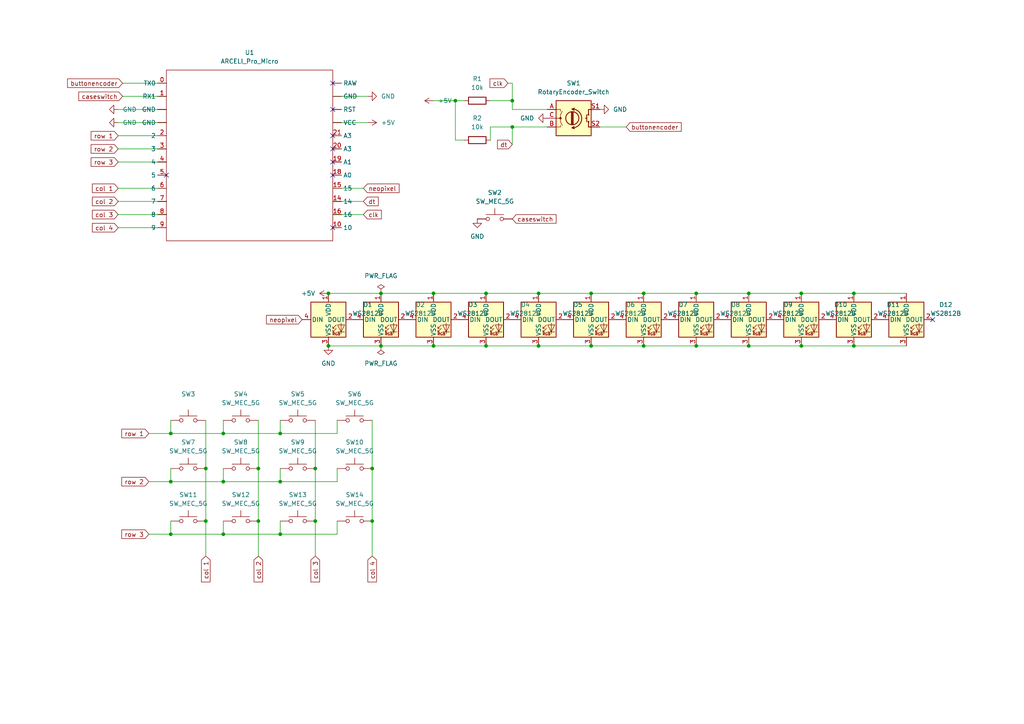
<source format=kicad_sch>
(kicad_sch (version 20211123) (generator eeschema)

  (uuid e63e39d7-6ac0-4ffd-8aa3-1841a4541b55)

  (paper "A4")

  (lib_symbols
    (symbol "Device:R" (pin_numbers hide) (pin_names (offset 0)) (in_bom yes) (on_board yes)
      (property "Reference" "R" (id 0) (at 2.032 0 90)
        (effects (font (size 1.27 1.27)))
      )
      (property "Value" "R" (id 1) (at 0 0 90)
        (effects (font (size 1.27 1.27)))
      )
      (property "Footprint" "" (id 2) (at -1.778 0 90)
        (effects (font (size 1.27 1.27)) hide)
      )
      (property "Datasheet" "~" (id 3) (at 0 0 0)
        (effects (font (size 1.27 1.27)) hide)
      )
      (property "ki_keywords" "R res resistor" (id 4) (at 0 0 0)
        (effects (font (size 1.27 1.27)) hide)
      )
      (property "ki_description" "Resistor" (id 5) (at 0 0 0)
        (effects (font (size 1.27 1.27)) hide)
      )
      (property "ki_fp_filters" "R_*" (id 6) (at 0 0 0)
        (effects (font (size 1.27 1.27)) hide)
      )
      (symbol "R_0_1"
        (rectangle (start -1.016 -2.54) (end 1.016 2.54)
          (stroke (width 0.254) (type default) (color 0 0 0 0))
          (fill (type none))
        )
      )
      (symbol "R_1_1"
        (pin passive line (at 0 3.81 270) (length 1.27)
          (name "~" (effects (font (size 1.27 1.27))))
          (number "1" (effects (font (size 1.27 1.27))))
        )
        (pin passive line (at 0 -3.81 90) (length 1.27)
          (name "~" (effects (font (size 1.27 1.27))))
          (number "2" (effects (font (size 1.27 1.27))))
        )
      )
    )
    (symbol "Device:RotaryEncoder_Switch" (pin_names (offset 0.254) hide) (in_bom yes) (on_board yes)
      (property "Reference" "SW" (id 0) (at 0 6.604 0)
        (effects (font (size 1.27 1.27)))
      )
      (property "Value" "RotaryEncoder_Switch" (id 1) (at 0 -6.604 0)
        (effects (font (size 1.27 1.27)))
      )
      (property "Footprint" "" (id 2) (at -3.81 4.064 0)
        (effects (font (size 1.27 1.27)) hide)
      )
      (property "Datasheet" "~" (id 3) (at 0 6.604 0)
        (effects (font (size 1.27 1.27)) hide)
      )
      (property "ki_keywords" "rotary switch encoder switch push button" (id 4) (at 0 0 0)
        (effects (font (size 1.27 1.27)) hide)
      )
      (property "ki_description" "Rotary encoder, dual channel, incremental quadrate outputs, with switch" (id 5) (at 0 0 0)
        (effects (font (size 1.27 1.27)) hide)
      )
      (property "ki_fp_filters" "RotaryEncoder*Switch*" (id 6) (at 0 0 0)
        (effects (font (size 1.27 1.27)) hide)
      )
      (symbol "RotaryEncoder_Switch_0_1"
        (rectangle (start -5.08 5.08) (end 5.08 -5.08)
          (stroke (width 0.254) (type default) (color 0 0 0 0))
          (fill (type background))
        )
        (circle (center -3.81 0) (radius 0.254)
          (stroke (width 0) (type default) (color 0 0 0 0))
          (fill (type outline))
        )
        (arc (start -0.381 -2.794) (mid 2.3622 -0.0635) (end -0.381 2.667)
          (stroke (width 0.254) (type default) (color 0 0 0 0))
          (fill (type none))
        )
        (circle (center -0.381 0) (radius 1.905)
          (stroke (width 0.254) (type default) (color 0 0 0 0))
          (fill (type none))
        )
        (polyline
          (pts
            (xy -0.635 -1.778)
            (xy -0.635 1.778)
          )
          (stroke (width 0.254) (type default) (color 0 0 0 0))
          (fill (type none))
        )
        (polyline
          (pts
            (xy -0.381 -1.778)
            (xy -0.381 1.778)
          )
          (stroke (width 0.254) (type default) (color 0 0 0 0))
          (fill (type none))
        )
        (polyline
          (pts
            (xy -0.127 1.778)
            (xy -0.127 -1.778)
          )
          (stroke (width 0.254) (type default) (color 0 0 0 0))
          (fill (type none))
        )
        (polyline
          (pts
            (xy 3.81 0)
            (xy 3.429 0)
          )
          (stroke (width 0.254) (type default) (color 0 0 0 0))
          (fill (type none))
        )
        (polyline
          (pts
            (xy 3.81 1.016)
            (xy 3.81 -1.016)
          )
          (stroke (width 0.254) (type default) (color 0 0 0 0))
          (fill (type none))
        )
        (polyline
          (pts
            (xy -5.08 -2.54)
            (xy -3.81 -2.54)
            (xy -3.81 -2.032)
          )
          (stroke (width 0) (type default) (color 0 0 0 0))
          (fill (type none))
        )
        (polyline
          (pts
            (xy -5.08 2.54)
            (xy -3.81 2.54)
            (xy -3.81 2.032)
          )
          (stroke (width 0) (type default) (color 0 0 0 0))
          (fill (type none))
        )
        (polyline
          (pts
            (xy 0.254 -3.048)
            (xy -0.508 -2.794)
            (xy 0.127 -2.413)
          )
          (stroke (width 0.254) (type default) (color 0 0 0 0))
          (fill (type none))
        )
        (polyline
          (pts
            (xy 0.254 2.921)
            (xy -0.508 2.667)
            (xy 0.127 2.286)
          )
          (stroke (width 0.254) (type default) (color 0 0 0 0))
          (fill (type none))
        )
        (polyline
          (pts
            (xy 5.08 -2.54)
            (xy 4.318 -2.54)
            (xy 4.318 -1.016)
          )
          (stroke (width 0.254) (type default) (color 0 0 0 0))
          (fill (type none))
        )
        (polyline
          (pts
            (xy 5.08 2.54)
            (xy 4.318 2.54)
            (xy 4.318 1.016)
          )
          (stroke (width 0.254) (type default) (color 0 0 0 0))
          (fill (type none))
        )
        (polyline
          (pts
            (xy -5.08 0)
            (xy -3.81 0)
            (xy -3.81 -1.016)
            (xy -3.302 -2.032)
          )
          (stroke (width 0) (type default) (color 0 0 0 0))
          (fill (type none))
        )
        (polyline
          (pts
            (xy -4.318 0)
            (xy -3.81 0)
            (xy -3.81 1.016)
            (xy -3.302 2.032)
          )
          (stroke (width 0) (type default) (color 0 0 0 0))
          (fill (type none))
        )
        (circle (center 4.318 -1.016) (radius 0.127)
          (stroke (width 0.254) (type default) (color 0 0 0 0))
          (fill (type none))
        )
        (circle (center 4.318 1.016) (radius 0.127)
          (stroke (width 0.254) (type default) (color 0 0 0 0))
          (fill (type none))
        )
      )
      (symbol "RotaryEncoder_Switch_1_1"
        (pin passive line (at -7.62 2.54 0) (length 2.54)
          (name "A" (effects (font (size 1.27 1.27))))
          (number "A" (effects (font (size 1.27 1.27))))
        )
        (pin passive line (at -7.62 -2.54 0) (length 2.54)
          (name "B" (effects (font (size 1.27 1.27))))
          (number "B" (effects (font (size 1.27 1.27))))
        )
        (pin passive line (at -7.62 0 0) (length 2.54)
          (name "C" (effects (font (size 1.27 1.27))))
          (number "C" (effects (font (size 1.27 1.27))))
        )
        (pin passive line (at 7.62 2.54 180) (length 2.54)
          (name "S1" (effects (font (size 1.27 1.27))))
          (number "S1" (effects (font (size 1.27 1.27))))
        )
        (pin passive line (at 7.62 -2.54 180) (length 2.54)
          (name "S2" (effects (font (size 1.27 1.27))))
          (number "S2" (effects (font (size 1.27 1.27))))
        )
      )
    )
    (symbol "LED:WS2812B" (pin_names (offset 0.254)) (in_bom yes) (on_board yes)
      (property "Reference" "D" (id 0) (at 5.08 5.715 0)
        (effects (font (size 1.27 1.27)) (justify right bottom))
      )
      (property "Value" "WS2812B" (id 1) (at 1.27 -5.715 0)
        (effects (font (size 1.27 1.27)) (justify left top))
      )
      (property "Footprint" "LED_SMD:LED_WS2812B_PLCC4_5.0x5.0mm_P3.2mm" (id 2) (at 1.27 -7.62 0)
        (effects (font (size 1.27 1.27)) (justify left top) hide)
      )
      (property "Datasheet" "https://cdn-shop.adafruit.com/datasheets/WS2812B.pdf" (id 3) (at 2.54 -9.525 0)
        (effects (font (size 1.27 1.27)) (justify left top) hide)
      )
      (property "ki_keywords" "RGB LED NeoPixel addressable" (id 4) (at 0 0 0)
        (effects (font (size 1.27 1.27)) hide)
      )
      (property "ki_description" "RGB LED with integrated controller" (id 5) (at 0 0 0)
        (effects (font (size 1.27 1.27)) hide)
      )
      (property "ki_fp_filters" "LED*WS2812*PLCC*5.0x5.0mm*P3.2mm*" (id 6) (at 0 0 0)
        (effects (font (size 1.27 1.27)) hide)
      )
      (symbol "WS2812B_0_0"
        (text "RGB" (at 2.286 -4.191 0)
          (effects (font (size 0.762 0.762)))
        )
      )
      (symbol "WS2812B_0_1"
        (polyline
          (pts
            (xy 1.27 -3.556)
            (xy 1.778 -3.556)
          )
          (stroke (width 0) (type default) (color 0 0 0 0))
          (fill (type none))
        )
        (polyline
          (pts
            (xy 1.27 -2.54)
            (xy 1.778 -2.54)
          )
          (stroke (width 0) (type default) (color 0 0 0 0))
          (fill (type none))
        )
        (polyline
          (pts
            (xy 4.699 -3.556)
            (xy 2.667 -3.556)
          )
          (stroke (width 0) (type default) (color 0 0 0 0))
          (fill (type none))
        )
        (polyline
          (pts
            (xy 2.286 -2.54)
            (xy 1.27 -3.556)
            (xy 1.27 -3.048)
          )
          (stroke (width 0) (type default) (color 0 0 0 0))
          (fill (type none))
        )
        (polyline
          (pts
            (xy 2.286 -1.524)
            (xy 1.27 -2.54)
            (xy 1.27 -2.032)
          )
          (stroke (width 0) (type default) (color 0 0 0 0))
          (fill (type none))
        )
        (polyline
          (pts
            (xy 3.683 -1.016)
            (xy 3.683 -3.556)
            (xy 3.683 -4.064)
          )
          (stroke (width 0) (type default) (color 0 0 0 0))
          (fill (type none))
        )
        (polyline
          (pts
            (xy 4.699 -1.524)
            (xy 2.667 -1.524)
            (xy 3.683 -3.556)
            (xy 4.699 -1.524)
          )
          (stroke (width 0) (type default) (color 0 0 0 0))
          (fill (type none))
        )
        (rectangle (start 5.08 5.08) (end -5.08 -5.08)
          (stroke (width 0.254) (type default) (color 0 0 0 0))
          (fill (type background))
        )
      )
      (symbol "WS2812B_1_1"
        (pin power_in line (at 0 7.62 270) (length 2.54)
          (name "VDD" (effects (font (size 1.27 1.27))))
          (number "1" (effects (font (size 1.27 1.27))))
        )
        (pin output line (at 7.62 0 180) (length 2.54)
          (name "DOUT" (effects (font (size 1.27 1.27))))
          (number "2" (effects (font (size 1.27 1.27))))
        )
        (pin power_in line (at 0 -7.62 90) (length 2.54)
          (name "VSS" (effects (font (size 1.27 1.27))))
          (number "3" (effects (font (size 1.27 1.27))))
        )
        (pin input line (at -7.62 0 0) (length 2.54)
          (name "DIN" (effects (font (size 1.27 1.27))))
          (number "4" (effects (font (size 1.27 1.27))))
        )
      )
    )
    (symbol "MCU_Microchip_ATmega:ARCELI_Pro_Micro" (in_bom yes) (on_board yes)
      (property "Reference" "U" (id 0) (at 26.67 48.26 0)
        (effects (font (size 1.27 1.27)))
      )
      (property "Value" "ARCELI_Pro_Micro" (id 1) (at 22.86 64.77 0)
        (effects (font (size 1.27 1.27)))
      )
      (property "Footprint" "" (id 2) (at 29.21 76.2 0)
        (effects (font (size 1.27 1.27)) hide)
      )
      (property "Datasheet" "" (id 3) (at 29.21 76.2 0)
        (effects (font (size 1.27 1.27)) hide)
      )
      (symbol "ARCELI_Pro_Micro_0_1"
        (rectangle (start 0 85.09) (end 48.26 35.56)
          (stroke (width 0) (type default) (color 0 0 0 0))
          (fill (type none))
        )
      )
      (symbol "ARCELI_Pro_Micro_1_1"
        (pin power_out line (at 0 69.85 180) (length 2.54)
          (name "GND" (effects (font (size 1.27 1.27))))
          (number "" (effects (font (size 1.27 1.27))))
        )
        (pin power_out line (at 0 73.66 180) (length 2.54)
          (name "GND" (effects (font (size 1.27 1.27))))
          (number "" (effects (font (size 1.27 1.27))))
        )
        (pin power_out line (at 48.26 77.47 0) (length 2.54)
          (name "GND" (effects (font (size 1.27 1.27))))
          (number "" (effects (font (size 1.27 1.27))))
        )
        (pin power_in line (at 48.26 81.28 0) (length 2.54)
          (name "RAW" (effects (font (size 1.27 1.27))))
          (number "" (effects (font (size 1.27 1.27))))
        )
        (pin input line (at 48.26 73.66 0) (length 2.54)
          (name "RST" (effects (font (size 1.27 1.27))))
          (number "" (effects (font (size 1.27 1.27))))
        )
        (pin power_out line (at 48.26 69.85 0) (length 2.54)
          (name "VCC" (effects (font (size 1.27 1.27))))
          (number "" (effects (font (size 1.27 1.27))))
        )
        (pin bidirectional line (at 0 81.28 180) (length 2.54)
          (name "TX0" (effects (font (size 1.27 1.27))))
          (number "0" (effects (font (size 1.27 1.27))))
        )
        (pin bidirectional line (at 0 77.47 180) (length 2.54)
          (name "RX1" (effects (font (size 1.27 1.27))))
          (number "1" (effects (font (size 1.27 1.27))))
        )
        (pin bidirectional line (at 48.26 39.37 0) (length 2.54)
          (name "10" (effects (font (size 1.27 1.27))))
          (number "10" (effects (font (size 1.27 1.27))))
        )
        (pin bidirectional line (at 48.26 46.99 0) (length 2.54)
          (name "14" (effects (font (size 1.27 1.27))))
          (number "14" (effects (font (size 1.27 1.27))))
        )
        (pin bidirectional line (at 48.26 50.8 0) (length 2.54)
          (name "15" (effects (font (size 1.27 1.27))))
          (number "15" (effects (font (size 1.27 1.27))))
        )
        (pin bidirectional line (at 48.26 43.18 0) (length 2.54)
          (name "16" (effects (font (size 1.27 1.27))))
          (number "16" (effects (font (size 1.27 1.27))))
        )
        (pin bidirectional line (at 48.26 54.61 0) (length 2.54)
          (name "A0" (effects (font (size 1.27 1.27))))
          (number "18" (effects (font (size 1.27 1.27))))
        )
        (pin bidirectional line (at 48.26 58.42 0) (length 2.54)
          (name "A1" (effects (font (size 1.27 1.27))))
          (number "19" (effects (font (size 1.27 1.27))))
        )
        (pin bidirectional line (at 0 66.04 180) (length 2.54)
          (name "2" (effects (font (size 1.27 1.27))))
          (number "2" (effects (font (size 1.27 1.27))))
        )
        (pin bidirectional line (at 48.26 62.23 0) (length 2.54)
          (name "A3" (effects (font (size 1.27 1.27))))
          (number "20" (effects (font (size 1.27 1.27))))
        )
        (pin bidirectional line (at 48.26 66.04 0) (length 2.54)
          (name "A3" (effects (font (size 1.27 1.27))))
          (number "21" (effects (font (size 1.27 1.27))))
        )
        (pin bidirectional line (at 0 62.23 180) (length 2.54)
          (name "3" (effects (font (size 1.27 1.27))))
          (number "3" (effects (font (size 1.27 1.27))))
        )
        (pin bidirectional line (at 0 58.42 180) (length 2.54)
          (name "4" (effects (font (size 1.27 1.27))))
          (number "4" (effects (font (size 1.27 1.27))))
        )
        (pin bidirectional line (at 0 54.61 180) (length 2.54)
          (name "5" (effects (font (size 1.27 1.27))))
          (number "5" (effects (font (size 1.27 1.27))))
        )
        (pin bidirectional line (at 0 50.8 180) (length 2.54)
          (name "6" (effects (font (size 1.27 1.27))))
          (number "6" (effects (font (size 1.27 1.27))))
        )
        (pin bidirectional line (at 0 46.99 180) (length 2.54)
          (name "7" (effects (font (size 1.27 1.27))))
          (number "7" (effects (font (size 1.27 1.27))))
        )
        (pin bidirectional line (at 0 43.18 180) (length 2.54)
          (name "8" (effects (font (size 1.27 1.27))))
          (number "8" (effects (font (size 1.27 1.27))))
        )
        (pin bidirectional line (at 0 39.37 180) (length 2.54)
          (name "9" (effects (font (size 1.27 1.27))))
          (number "9" (effects (font (size 1.27 1.27))))
        )
      )
    )
    (symbol "Switch:SW_Push" (pin_numbers hide) (pin_names (offset 1.016) hide) (in_bom yes) (on_board yes)
      (property "Reference" "SW" (id 0) (at 1.27 2.54 0)
        (effects (font (size 1.27 1.27)) (justify left))
      )
      (property "Value" "SW_Push" (id 1) (at 0 -1.524 0)
        (effects (font (size 1.27 1.27)))
      )
      (property "Footprint" "" (id 2) (at 0 5.08 0)
        (effects (font (size 1.27 1.27)) hide)
      )
      (property "Datasheet" "~" (id 3) (at 0 5.08 0)
        (effects (font (size 1.27 1.27)) hide)
      )
      (property "ki_keywords" "switch normally-open pushbutton push-button" (id 4) (at 0 0 0)
        (effects (font (size 1.27 1.27)) hide)
      )
      (property "ki_description" "Push button switch, generic, two pins" (id 5) (at 0 0 0)
        (effects (font (size 1.27 1.27)) hide)
      )
      (symbol "SW_Push_0_1"
        (circle (center -2.032 0) (radius 0.508)
          (stroke (width 0) (type default) (color 0 0 0 0))
          (fill (type none))
        )
        (polyline
          (pts
            (xy 0 1.27)
            (xy 0 3.048)
          )
          (stroke (width 0) (type default) (color 0 0 0 0))
          (fill (type none))
        )
        (polyline
          (pts
            (xy 2.54 1.27)
            (xy -2.54 1.27)
          )
          (stroke (width 0) (type default) (color 0 0 0 0))
          (fill (type none))
        )
        (circle (center 2.032 0) (radius 0.508)
          (stroke (width 0) (type default) (color 0 0 0 0))
          (fill (type none))
        )
        (pin passive line (at -5.08 0 0) (length 2.54)
          (name "1" (effects (font (size 1.27 1.27))))
          (number "1" (effects (font (size 1.27 1.27))))
        )
        (pin passive line (at 5.08 0 180) (length 2.54)
          (name "2" (effects (font (size 1.27 1.27))))
          (number "2" (effects (font (size 1.27 1.27))))
        )
      )
    )
    (symbol "power:+5V" (power) (pin_names (offset 0)) (in_bom yes) (on_board yes)
      (property "Reference" "#PWR" (id 0) (at 0 -3.81 0)
        (effects (font (size 1.27 1.27)) hide)
      )
      (property "Value" "+5V" (id 1) (at 0 3.556 0)
        (effects (font (size 1.27 1.27)))
      )
      (property "Footprint" "" (id 2) (at 0 0 0)
        (effects (font (size 1.27 1.27)) hide)
      )
      (property "Datasheet" "" (id 3) (at 0 0 0)
        (effects (font (size 1.27 1.27)) hide)
      )
      (property "ki_keywords" "power-flag" (id 4) (at 0 0 0)
        (effects (font (size 1.27 1.27)) hide)
      )
      (property "ki_description" "Power symbol creates a global label with name \"+5V\"" (id 5) (at 0 0 0)
        (effects (font (size 1.27 1.27)) hide)
      )
      (symbol "+5V_0_1"
        (polyline
          (pts
            (xy -0.762 1.27)
            (xy 0 2.54)
          )
          (stroke (width 0) (type default) (color 0 0 0 0))
          (fill (type none))
        )
        (polyline
          (pts
            (xy 0 0)
            (xy 0 2.54)
          )
          (stroke (width 0) (type default) (color 0 0 0 0))
          (fill (type none))
        )
        (polyline
          (pts
            (xy 0 2.54)
            (xy 0.762 1.27)
          )
          (stroke (width 0) (type default) (color 0 0 0 0))
          (fill (type none))
        )
      )
      (symbol "+5V_1_1"
        (pin power_in line (at 0 0 90) (length 0) hide
          (name "+5V" (effects (font (size 1.27 1.27))))
          (number "1" (effects (font (size 1.27 1.27))))
        )
      )
    )
    (symbol "power:GND" (power) (pin_names (offset 0)) (in_bom yes) (on_board yes)
      (property "Reference" "#PWR" (id 0) (at 0 -6.35 0)
        (effects (font (size 1.27 1.27)) hide)
      )
      (property "Value" "GND" (id 1) (at 0 -3.81 0)
        (effects (font (size 1.27 1.27)))
      )
      (property "Footprint" "" (id 2) (at 0 0 0)
        (effects (font (size 1.27 1.27)) hide)
      )
      (property "Datasheet" "" (id 3) (at 0 0 0)
        (effects (font (size 1.27 1.27)) hide)
      )
      (property "ki_keywords" "power-flag" (id 4) (at 0 0 0)
        (effects (font (size 1.27 1.27)) hide)
      )
      (property "ki_description" "Power symbol creates a global label with name \"GND\" , ground" (id 5) (at 0 0 0)
        (effects (font (size 1.27 1.27)) hide)
      )
      (symbol "GND_0_1"
        (polyline
          (pts
            (xy 0 0)
            (xy 0 -1.27)
            (xy 1.27 -1.27)
            (xy 0 -2.54)
            (xy -1.27 -1.27)
            (xy 0 -1.27)
          )
          (stroke (width 0) (type default) (color 0 0 0 0))
          (fill (type none))
        )
      )
      (symbol "GND_1_1"
        (pin power_in line (at 0 0 270) (length 0) hide
          (name "GND" (effects (font (size 1.27 1.27))))
          (number "1" (effects (font (size 1.27 1.27))))
        )
      )
    )
    (symbol "power:PWR_FLAG" (power) (pin_numbers hide) (pin_names (offset 0) hide) (in_bom yes) (on_board yes)
      (property "Reference" "#FLG" (id 0) (at 0 1.905 0)
        (effects (font (size 1.27 1.27)) hide)
      )
      (property "Value" "PWR_FLAG" (id 1) (at 0 3.81 0)
        (effects (font (size 1.27 1.27)))
      )
      (property "Footprint" "" (id 2) (at 0 0 0)
        (effects (font (size 1.27 1.27)) hide)
      )
      (property "Datasheet" "~" (id 3) (at 0 0 0)
        (effects (font (size 1.27 1.27)) hide)
      )
      (property "ki_keywords" "power-flag" (id 4) (at 0 0 0)
        (effects (font (size 1.27 1.27)) hide)
      )
      (property "ki_description" "Special symbol for telling ERC where power comes from" (id 5) (at 0 0 0)
        (effects (font (size 1.27 1.27)) hide)
      )
      (symbol "PWR_FLAG_0_0"
        (pin power_out line (at 0 0 90) (length 0)
          (name "pwr" (effects (font (size 1.27 1.27))))
          (number "1" (effects (font (size 1.27 1.27))))
        )
      )
      (symbol "PWR_FLAG_0_1"
        (polyline
          (pts
            (xy 0 0)
            (xy 0 1.27)
            (xy -1.016 1.905)
            (xy 0 2.54)
            (xy 1.016 1.905)
            (xy 0 1.27)
          )
          (stroke (width 0) (type default) (color 0 0 0 0))
          (fill (type none))
        )
      )
    )
  )

  (bus_alias "gnd" (members ))
  (junction (at 125.73 100.33) (diameter 0) (color 0 0 0 0)
    (uuid 004089fa-d1a9-419a-b19d-32a0c743f434)
  )
  (junction (at 186.69 85.09) (diameter 0) (color 0 0 0 0)
    (uuid 080fbdc3-8355-4fbc-95f2-09b8a9739433)
  )
  (junction (at 64.77 139.7) (diameter 0) (color 0 0 0 0)
    (uuid 0c2de91b-005e-4f0c-a275-e1ab0cf946df)
  )
  (junction (at 156.21 100.33) (diameter 0) (color 0 0 0 0)
    (uuid 0d9269bc-5442-471c-b6f3-b7652501a1f5)
  )
  (junction (at 49.53 139.7) (diameter 0) (color 0 0 0 0)
    (uuid 0db1b803-e794-4099-a453-5e3615c3c289)
  )
  (junction (at 148.59 29.21) (diameter 0) (color 0 0 0 0)
    (uuid 12e029c4-f2da-4821-b564-e0791fd58c1f)
  )
  (junction (at 247.65 85.09) (diameter 0) (color 0 0 0 0)
    (uuid 1a363f87-d884-498a-a09f-7f25e49f9631)
  )
  (junction (at 107.95 151.13) (diameter 0) (color 0 0 0 0)
    (uuid 1a95a16b-922d-49d0-8f5d-c3af68841361)
  )
  (junction (at 95.25 85.09) (diameter 0) (color 0 0 0 0)
    (uuid 1d375a87-d997-4000-bbb0-379db3c4785d)
  )
  (junction (at 125.73 85.09) (diameter 0) (color 0 0 0 0)
    (uuid 1d4a4d17-0f41-40b2-851d-f50b890bce91)
  )
  (junction (at 140.97 100.33) (diameter 0) (color 0 0 0 0)
    (uuid 2040a424-a554-4caa-b82e-05431df9531c)
  )
  (junction (at 232.41 100.33) (diameter 0) (color 0 0 0 0)
    (uuid 43a70c58-dbe8-4559-942e-a34d44baffde)
  )
  (junction (at 59.69 151.13) (diameter 0) (color 0 0 0 0)
    (uuid 462723c8-803a-40cd-a951-d57d73c92752)
  )
  (junction (at 156.21 85.09) (diameter 0) (color 0 0 0 0)
    (uuid 4a4a8c12-434d-4fc3-8e45-9255eb83f978)
  )
  (junction (at 247.65 100.33) (diameter 0) (color 0 0 0 0)
    (uuid 4cd20845-7929-468e-afd0-b4e93d846ba3)
  )
  (junction (at 110.49 100.33) (diameter 0) (color 0 0 0 0)
    (uuid 5af768c9-577a-43b1-ba3c-4fdd05085684)
  )
  (junction (at 91.44 151.13) (diameter 0) (color 0 0 0 0)
    (uuid 5e2eba1c-1632-4e09-9d17-4a52e0a00fa6)
  )
  (junction (at 171.45 85.09) (diameter 0) (color 0 0 0 0)
    (uuid 6823e2f1-cedf-47f2-9c94-d3aec969becd)
  )
  (junction (at 132.08 29.21) (diameter 0) (color 0 0 0 0)
    (uuid 6a89ce20-5fa4-4b2d-9952-e94bf4b6294c)
  )
  (junction (at 186.69 100.33) (diameter 0) (color 0 0 0 0)
    (uuid 6c6b3d88-82df-4ab5-96c5-ed71ff2706fe)
  )
  (junction (at 81.28 154.94) (diameter 0) (color 0 0 0 0)
    (uuid 6ef35242-6aef-4327-b449-f0255ae3f029)
  )
  (junction (at 74.93 135.89) (diameter 0) (color 0 0 0 0)
    (uuid 6f8bfd56-13fb-46a8-b54a-817e38fd0505)
  )
  (junction (at 64.77 154.94) (diameter 0) (color 0 0 0 0)
    (uuid 72b97e36-0cdc-4a37-9c1e-7a243f5d8051)
  )
  (junction (at 217.17 85.09) (diameter 0) (color 0 0 0 0)
    (uuid 81d5843f-9f7e-41b6-b983-8e6a163770df)
  )
  (junction (at 232.41 85.09) (diameter 0) (color 0 0 0 0)
    (uuid 92f2227a-0219-4dcd-8717-9ee26bf9db99)
  )
  (junction (at 64.77 125.73) (diameter 0) (color 0 0 0 0)
    (uuid 9493c517-1555-4b27-a285-e107c6e017f3)
  )
  (junction (at 171.45 100.33) (diameter 0) (color 0 0 0 0)
    (uuid a44d1211-96a7-4795-82d9-3dbe9b08599c)
  )
  (junction (at 148.59 36.83) (diameter 0) (color 0 0 0 0)
    (uuid a723bf66-cbca-4762-bfbe-aeca5cbafbaa)
  )
  (junction (at 95.25 100.33) (diameter 0) (color 0 0 0 0)
    (uuid aa33abda-7368-4cdb-9227-bd83ac0e9882)
  )
  (junction (at 81.28 125.73) (diameter 0) (color 0 0 0 0)
    (uuid b1549aae-01c8-4241-9825-43bc810f9826)
  )
  (junction (at 74.93 151.13) (diameter 0) (color 0 0 0 0)
    (uuid c5d1ca63-9cbe-40f9-b01e-b5cc6b702e45)
  )
  (junction (at 107.95 135.89) (diameter 0) (color 0 0 0 0)
    (uuid d1b92da8-4279-42f7-9aa8-45d2f82405dd)
  )
  (junction (at 140.97 85.09) (diameter 0) (color 0 0 0 0)
    (uuid d5285eaa-d557-4afd-a7a6-85e680f0a34e)
  )
  (junction (at 201.93 100.33) (diameter 0) (color 0 0 0 0)
    (uuid d7876c47-4e28-4e58-a6af-66ead7147f87)
  )
  (junction (at 91.44 135.89) (diameter 0) (color 0 0 0 0)
    (uuid dad4841a-f08f-4905-a462-eb18b08c08c0)
  )
  (junction (at 201.93 85.09) (diameter 0) (color 0 0 0 0)
    (uuid e1395f05-905f-404b-82b0-f088ce7d906a)
  )
  (junction (at 49.53 125.73) (diameter 0) (color 0 0 0 0)
    (uuid e6289848-a8bd-4cb7-b6a0-49edcf3319db)
  )
  (junction (at 110.49 85.09) (diameter 0) (color 0 0 0 0)
    (uuid f0dabb5e-b494-4e76-a65f-b2a9ad4de7bb)
  )
  (junction (at 59.69 135.89) (diameter 0) (color 0 0 0 0)
    (uuid f15243cd-5b88-4398-889b-1b713ff753ca)
  )
  (junction (at 49.53 154.94) (diameter 0) (color 0 0 0 0)
    (uuid f379bc4d-3218-45b1-82aa-535fe942b14f)
  )
  (junction (at 217.17 100.33) (diameter 0) (color 0 0 0 0)
    (uuid f9990c93-b173-48c7-ba4e-9dadbae66c5f)
  )
  (junction (at 81.28 139.7) (diameter 0) (color 0 0 0 0)
    (uuid fd4c7cd0-7aa6-4d27-a09c-5430defe23e3)
  )

  (no_connect (at 270.51 92.71) (uuid b957f1ed-0777-43ff-828a-9126a2320a2d))
  (no_connect (at 48.26 50.8) (uuid b957f1ed-0777-43ff-828a-9126a2320a2e))
  (no_connect (at 96.52 24.13) (uuid b957f1ed-0777-43ff-828a-9126a2320a2f))
  (no_connect (at 96.52 66.04) (uuid b957f1ed-0777-43ff-828a-9126a2320a30))
  (no_connect (at 96.52 31.75) (uuid b957f1ed-0777-43ff-828a-9126a2320a31))
  (no_connect (at 96.52 39.37) (uuid b957f1ed-0777-43ff-828a-9126a2320a32))
  (no_connect (at 96.52 43.18) (uuid b957f1ed-0777-43ff-828a-9126a2320a33))
  (no_connect (at 96.52 46.99) (uuid b957f1ed-0777-43ff-828a-9126a2320a34))
  (no_connect (at 96.52 50.8) (uuid b957f1ed-0777-43ff-828a-9126a2320a35))

  (wire (pts (xy 217.17 85.09) (xy 232.41 85.09))
    (stroke (width 0) (type default) (color 0 0 0 0))
    (uuid 011b920d-f9ce-4bde-bf16-1738793dcfb7)
  )
  (wire (pts (xy 247.65 85.09) (xy 262.89 85.09))
    (stroke (width 0) (type default) (color 0 0 0 0))
    (uuid 033282c8-e154-4f07-8f3b-cd8d603fdf18)
  )
  (wire (pts (xy 81.28 121.92) (xy 81.28 125.73))
    (stroke (width 0) (type default) (color 0 0 0 0))
    (uuid 074fab6f-f779-4911-9c10-c0368150e5fa)
  )
  (wire (pts (xy 142.24 40.64) (xy 142.24 36.83))
    (stroke (width 0) (type default) (color 0 0 0 0))
    (uuid 0f23fd8a-ce78-4da9-8b5d-7e14fba80873)
  )
  (wire (pts (xy 217.17 100.33) (xy 232.41 100.33))
    (stroke (width 0) (type default) (color 0 0 0 0))
    (uuid 14650abd-9570-47c9-81d1-cdc8a596f7fa)
  )
  (wire (pts (xy 156.21 100.33) (xy 171.45 100.33))
    (stroke (width 0) (type default) (color 0 0 0 0))
    (uuid 14773532-e888-4675-abbf-60f7f47b7ccc)
  )
  (wire (pts (xy 49.53 139.7) (xy 43.18 139.7))
    (stroke (width 0) (type default) (color 0 0 0 0))
    (uuid 14e26636-0ac2-4fd6-8150-0b49d4cc01f0)
  )
  (wire (pts (xy 74.93 151.13) (xy 74.93 161.29))
    (stroke (width 0) (type default) (color 0 0 0 0))
    (uuid 19765a86-0601-4958-b1c9-f1d763a3ae25)
  )
  (wire (pts (xy 107.95 135.89) (xy 107.95 151.13))
    (stroke (width 0) (type default) (color 0 0 0 0))
    (uuid 1d3e50fd-f177-4c4e-b240-8b153e6e3ca3)
  )
  (wire (pts (xy 81.28 139.7) (xy 64.77 139.7))
    (stroke (width 0) (type default) (color 0 0 0 0))
    (uuid 1d6b2e28-362f-423a-85cb-1ec80535b229)
  )
  (wire (pts (xy 140.97 100.33) (xy 156.21 100.33))
    (stroke (width 0) (type default) (color 0 0 0 0))
    (uuid 1ee5b689-6c71-4b66-92f4-a2e86e867f0a)
  )
  (wire (pts (xy 34.29 31.75) (xy 48.26 31.75))
    (stroke (width 0) (type default) (color 0 0 0 0))
    (uuid 20a0cb02-8bc4-49d0-af95-5ca29ef31ebe)
  )
  (wire (pts (xy 49.53 151.13) (xy 49.53 154.94))
    (stroke (width 0) (type default) (color 0 0 0 0))
    (uuid 215c41a0-449e-4332-8455-7ffdf481b3c5)
  )
  (wire (pts (xy 81.28 125.73) (xy 64.77 125.73))
    (stroke (width 0) (type default) (color 0 0 0 0))
    (uuid 23acff72-b703-4835-8851-bb90db8875a3)
  )
  (wire (pts (xy 247.65 100.33) (xy 262.89 100.33))
    (stroke (width 0) (type default) (color 0 0 0 0))
    (uuid 24a3dd0d-a36e-4015-952d-cd114a85e4fb)
  )
  (wire (pts (xy 96.52 54.61) (xy 105.41 54.61))
    (stroke (width 0) (type default) (color 0 0 0 0))
    (uuid 264b5981-500c-485e-8857-9f7615c20847)
  )
  (wire (pts (xy 59.69 121.92) (xy 59.69 135.89))
    (stroke (width 0) (type default) (color 0 0 0 0))
    (uuid 2ba2f7c7-9d6a-465d-904b-b6417ed0899b)
  )
  (wire (pts (xy 49.53 135.89) (xy 49.53 139.7))
    (stroke (width 0) (type default) (color 0 0 0 0))
    (uuid 2ca964ed-9ceb-4ec8-a48d-5c5b148b11fa)
  )
  (wire (pts (xy 49.53 121.92) (xy 49.53 125.73))
    (stroke (width 0) (type default) (color 0 0 0 0))
    (uuid 2ffcbb8d-98c4-4c55-9abe-4565ae26bfbb)
  )
  (wire (pts (xy 171.45 85.09) (xy 186.69 85.09))
    (stroke (width 0) (type default) (color 0 0 0 0))
    (uuid 323f7658-9093-49e2-9223-48d63ac69771)
  )
  (wire (pts (xy 59.69 151.13) (xy 59.69 161.29))
    (stroke (width 0) (type default) (color 0 0 0 0))
    (uuid 370d2acc-6bdd-4513-a146-0056fe20433c)
  )
  (wire (pts (xy 59.69 135.89) (xy 59.69 151.13))
    (stroke (width 0) (type default) (color 0 0 0 0))
    (uuid 38b2cfdb-7aa1-45d4-8f78-d75f9dbe6e76)
  )
  (wire (pts (xy 34.29 46.99) (xy 48.26 46.99))
    (stroke (width 0) (type default) (color 0 0 0 0))
    (uuid 3ad336de-ec2f-4a5f-b76b-36efdc0836b1)
  )
  (wire (pts (xy 43.18 125.73) (xy 49.53 125.73))
    (stroke (width 0) (type default) (color 0 0 0 0))
    (uuid 3b4e9f99-c665-4b27-815f-c1ad7b81fe20)
  )
  (wire (pts (xy 148.59 29.21) (xy 148.59 31.75))
    (stroke (width 0) (type default) (color 0 0 0 0))
    (uuid 3bc9e2d5-4087-41df-b0db-13bc9df8f5e5)
  )
  (wire (pts (xy 34.29 58.42) (xy 48.26 58.42))
    (stroke (width 0) (type default) (color 0 0 0 0))
    (uuid 4029daf9-eaeb-4e90-bb31-475f294f4390)
  )
  (wire (pts (xy 148.59 36.83) (xy 148.59 41.91))
    (stroke (width 0) (type default) (color 0 0 0 0))
    (uuid 402e9619-f1fe-42a3-a817-13532d1936cf)
  )
  (wire (pts (xy 232.41 100.33) (xy 247.65 100.33))
    (stroke (width 0) (type default) (color 0 0 0 0))
    (uuid 4a4c7151-6539-45bc-a10e-22a2ab6d9c2a)
  )
  (wire (pts (xy 97.79 121.92) (xy 97.79 125.73))
    (stroke (width 0) (type default) (color 0 0 0 0))
    (uuid 4dbd62ef-91dc-47fd-b044-427c4301fefb)
  )
  (wire (pts (xy 201.93 100.33) (xy 217.17 100.33))
    (stroke (width 0) (type default) (color 0 0 0 0))
    (uuid 570c0a5d-4030-4c2e-af32-fca9ba13f664)
  )
  (wire (pts (xy 49.53 154.94) (xy 43.18 154.94))
    (stroke (width 0) (type default) (color 0 0 0 0))
    (uuid 58dc347b-8f47-46a7-8c6b-8674e795462b)
  )
  (wire (pts (xy 74.93 121.92) (xy 74.93 135.89))
    (stroke (width 0) (type default) (color 0 0 0 0))
    (uuid 58f14a83-fda8-43f5-8825-817bde5cfb0a)
  )
  (wire (pts (xy 232.41 85.09) (xy 247.65 85.09))
    (stroke (width 0) (type default) (color 0 0 0 0))
    (uuid 594b3eec-01c2-4c1a-93db-5cedd908303e)
  )
  (wire (pts (xy 34.29 62.23) (xy 48.26 62.23))
    (stroke (width 0) (type default) (color 0 0 0 0))
    (uuid 5e1bb7d3-26ab-4aca-b38d-767c61ae9b2b)
  )
  (wire (pts (xy 96.52 62.23) (xy 105.41 62.23))
    (stroke (width 0) (type default) (color 0 0 0 0))
    (uuid 5e5382cb-7b6a-4f70-a426-bb759177a720)
  )
  (wire (pts (xy 35.56 24.13) (xy 48.26 24.13))
    (stroke (width 0) (type default) (color 0 0 0 0))
    (uuid 64eec530-694d-475e-bfed-443c48f83572)
  )
  (wire (pts (xy 110.49 85.09) (xy 125.73 85.09))
    (stroke (width 0) (type default) (color 0 0 0 0))
    (uuid 67ac3a88-af31-4960-be8b-5768270aa521)
  )
  (wire (pts (xy 132.08 29.21) (xy 134.62 29.21))
    (stroke (width 0) (type default) (color 0 0 0 0))
    (uuid 694166eb-27f8-4adb-94f4-9f3a7053bfac)
  )
  (wire (pts (xy 125.73 100.33) (xy 140.97 100.33))
    (stroke (width 0) (type default) (color 0 0 0 0))
    (uuid 69f904ee-9fe5-4be3-b165-dc781ef37e00)
  )
  (wire (pts (xy 125.73 85.09) (xy 140.97 85.09))
    (stroke (width 0) (type default) (color 0 0 0 0))
    (uuid 6b8d6187-f590-444c-9c6a-11b0148a2d16)
  )
  (wire (pts (xy 171.45 100.33) (xy 186.69 100.33))
    (stroke (width 0) (type default) (color 0 0 0 0))
    (uuid 6ba4c624-cb5c-46db-9104-96b9b43d31c9)
  )
  (wire (pts (xy 142.24 29.21) (xy 148.59 29.21))
    (stroke (width 0) (type default) (color 0 0 0 0))
    (uuid 72bd20d5-53c6-4c2f-8370-92324fd229bc)
  )
  (wire (pts (xy 91.44 121.92) (xy 91.44 135.89))
    (stroke (width 0) (type default) (color 0 0 0 0))
    (uuid 776dc264-fc36-4044-9ec0-c2e9fdf0a282)
  )
  (wire (pts (xy 74.93 135.89) (xy 74.93 151.13))
    (stroke (width 0) (type default) (color 0 0 0 0))
    (uuid 77c358f5-2d65-4ec7-999e-ff4709679276)
  )
  (wire (pts (xy 91.44 151.13) (xy 91.44 161.29))
    (stroke (width 0) (type default) (color 0 0 0 0))
    (uuid 7c4816c6-0941-4450-b8cd-2976a241d2dd)
  )
  (wire (pts (xy 64.77 125.73) (xy 49.53 125.73))
    (stroke (width 0) (type default) (color 0 0 0 0))
    (uuid 7fda1270-95da-4e26-82d0-112e16bb460a)
  )
  (wire (pts (xy 64.77 121.92) (xy 64.77 125.73))
    (stroke (width 0) (type default) (color 0 0 0 0))
    (uuid 802c5b65-c928-4156-9de3-cd427be5a3d3)
  )
  (wire (pts (xy 158.75 36.83) (xy 148.59 36.83))
    (stroke (width 0) (type default) (color 0 0 0 0))
    (uuid 82b06669-a0ed-46c4-86fa-e3ba2e5cfe43)
  )
  (wire (pts (xy 97.79 154.94) (xy 81.28 154.94))
    (stroke (width 0) (type default) (color 0 0 0 0))
    (uuid 863b8730-ac6d-4972-862f-8a091ed8d0b2)
  )
  (wire (pts (xy 34.29 35.56) (xy 48.26 35.56))
    (stroke (width 0) (type default) (color 0 0 0 0))
    (uuid 8703372e-347e-42da-95f5-faf3f60ef19e)
  )
  (wire (pts (xy 97.79 151.13) (xy 97.79 154.94))
    (stroke (width 0) (type default) (color 0 0 0 0))
    (uuid 8722f985-622e-4074-815f-cc925c597281)
  )
  (wire (pts (xy 156.21 85.09) (xy 171.45 85.09))
    (stroke (width 0) (type default) (color 0 0 0 0))
    (uuid 87259349-3f0f-4fc9-96c5-f430b91d84f5)
  )
  (wire (pts (xy 35.56 27.94) (xy 48.26 27.94))
    (stroke (width 0) (type default) (color 0 0 0 0))
    (uuid 8b01c596-efc1-4cc1-8f55-b468f6ec366f)
  )
  (wire (pts (xy 34.29 66.04) (xy 48.26 66.04))
    (stroke (width 0) (type default) (color 0 0 0 0))
    (uuid 8c7d7285-d5eb-4f2f-824f-9c11886f1627)
  )
  (wire (pts (xy 97.79 135.89) (xy 97.79 139.7))
    (stroke (width 0) (type default) (color 0 0 0 0))
    (uuid 8e76a2f2-87dd-4253-915d-d717ebbc116a)
  )
  (wire (pts (xy 81.28 151.13) (xy 81.28 154.94))
    (stroke (width 0) (type default) (color 0 0 0 0))
    (uuid 9296904c-d3e0-4110-b236-cc8bd8907ab6)
  )
  (wire (pts (xy 106.68 35.56) (xy 96.52 35.56))
    (stroke (width 0) (type default) (color 0 0 0 0))
    (uuid 943d8919-03bd-4545-842c-f14a9eb51f92)
  )
  (wire (pts (xy 140.97 85.09) (xy 156.21 85.09))
    (stroke (width 0) (type default) (color 0 0 0 0))
    (uuid 9562d932-6abc-4281-b271-a499f9312812)
  )
  (wire (pts (xy 96.52 27.94) (xy 106.68 27.94))
    (stroke (width 0) (type default) (color 0 0 0 0))
    (uuid 96e85d5e-c875-45d7-91a3-66ebec86c3a9)
  )
  (wire (pts (xy 64.77 139.7) (xy 49.53 139.7))
    (stroke (width 0) (type default) (color 0 0 0 0))
    (uuid 9c35b6bd-22a8-46da-a175-9e4075aa06be)
  )
  (wire (pts (xy 148.59 31.75) (xy 158.75 31.75))
    (stroke (width 0) (type default) (color 0 0 0 0))
    (uuid a0f1c13d-3f83-4d8b-bde2-366c118137d5)
  )
  (wire (pts (xy 132.08 29.21) (xy 132.08 40.64))
    (stroke (width 0) (type default) (color 0 0 0 0))
    (uuid a2b637c3-5268-44a6-8cbf-536a7b962e54)
  )
  (wire (pts (xy 81.28 135.89) (xy 81.28 139.7))
    (stroke (width 0) (type default) (color 0 0 0 0))
    (uuid a4d7629c-a7b9-4ce2-8e02-af33318a1e38)
  )
  (wire (pts (xy 97.79 139.7) (xy 81.28 139.7))
    (stroke (width 0) (type default) (color 0 0 0 0))
    (uuid aad0cc9a-ec97-46fb-9049-7e97e2b51b52)
  )
  (wire (pts (xy 125.73 29.21) (xy 132.08 29.21))
    (stroke (width 0) (type default) (color 0 0 0 0))
    (uuid ab13e0bc-26b7-485c-ac70-41fed2305edb)
  )
  (wire (pts (xy 97.79 125.73) (xy 81.28 125.73))
    (stroke (width 0) (type default) (color 0 0 0 0))
    (uuid ac7f539d-69f8-4c0b-9fe1-0fc727e95b60)
  )
  (wire (pts (xy 186.69 100.33) (xy 201.93 100.33))
    (stroke (width 0) (type default) (color 0 0 0 0))
    (uuid afb47462-491c-4fcf-a675-219dc90a3e62)
  )
  (wire (pts (xy 148.59 24.13) (xy 148.59 29.21))
    (stroke (width 0) (type default) (color 0 0 0 0))
    (uuid b67424de-04ed-4edc-9dee-a2c797ea69c3)
  )
  (wire (pts (xy 95.25 85.09) (xy 110.49 85.09))
    (stroke (width 0) (type default) (color 0 0 0 0))
    (uuid b763a2ac-4f4c-4928-84fc-3a5cff5f159b)
  )
  (wire (pts (xy 186.69 85.09) (xy 201.93 85.09))
    (stroke (width 0) (type default) (color 0 0 0 0))
    (uuid b772bd7f-ed29-4f47-ac94-3e4d642b2843)
  )
  (wire (pts (xy 64.77 151.13) (xy 64.77 154.94))
    (stroke (width 0) (type default) (color 0 0 0 0))
    (uuid c6d43953-8f59-478d-9637-1b1ee7c37803)
  )
  (wire (pts (xy 107.95 151.13) (xy 107.95 161.29))
    (stroke (width 0) (type default) (color 0 0 0 0))
    (uuid c793b8dc-6d49-4bf8-89e2-8a164a2290bc)
  )
  (wire (pts (xy 142.24 36.83) (xy 148.59 36.83))
    (stroke (width 0) (type default) (color 0 0 0 0))
    (uuid cb561a0f-b51e-4448-9fc6-c21fe73e8541)
  )
  (wire (pts (xy 64.77 135.89) (xy 64.77 139.7))
    (stroke (width 0) (type default) (color 0 0 0 0))
    (uuid cb7b8d2b-3860-4ec8-be44-038ffa310fd3)
  )
  (wire (pts (xy 34.29 43.18) (xy 48.26 43.18))
    (stroke (width 0) (type default) (color 0 0 0 0))
    (uuid d0ae65fa-8e97-408e-8e35-783827f8663f)
  )
  (wire (pts (xy 132.08 40.64) (xy 134.62 40.64))
    (stroke (width 0) (type default) (color 0 0 0 0))
    (uuid d227fc22-a918-4b7c-b888-36e1a139a1b1)
  )
  (wire (pts (xy 34.29 39.37) (xy 48.26 39.37))
    (stroke (width 0) (type default) (color 0 0 0 0))
    (uuid d7e76174-a1dc-4f72-8d0a-2376c1fb4108)
  )
  (wire (pts (xy 96.52 58.42) (xy 105.41 58.42))
    (stroke (width 0) (type default) (color 0 0 0 0))
    (uuid daf052d9-afa1-4b42-92aa-484aa59bd946)
  )
  (wire (pts (xy 107.95 121.92) (xy 107.95 135.89))
    (stroke (width 0) (type default) (color 0 0 0 0))
    (uuid e1d9841d-df09-4a27-a615-9eab89472f19)
  )
  (wire (pts (xy 95.25 100.33) (xy 110.49 100.33))
    (stroke (width 0) (type default) (color 0 0 0 0))
    (uuid e310bd1f-5f0d-43df-a8de-197d392dda77)
  )
  (wire (pts (xy 64.77 154.94) (xy 49.53 154.94))
    (stroke (width 0) (type default) (color 0 0 0 0))
    (uuid e6531ee7-56df-4398-868b-895bf15161da)
  )
  (wire (pts (xy 110.49 100.33) (xy 125.73 100.33))
    (stroke (width 0) (type default) (color 0 0 0 0))
    (uuid e6f41a2d-d4a4-4154-b35c-ca0234ec2ab2)
  )
  (wire (pts (xy 147.32 24.13) (xy 148.59 24.13))
    (stroke (width 0) (type default) (color 0 0 0 0))
    (uuid e706ab99-1c29-479e-8878-a3619273974b)
  )
  (wire (pts (xy 81.28 154.94) (xy 64.77 154.94))
    (stroke (width 0) (type default) (color 0 0 0 0))
    (uuid f0cddf56-837a-4abb-947b-81e785deef43)
  )
  (wire (pts (xy 173.99 36.83) (xy 181.61 36.83))
    (stroke (width 0) (type default) (color 0 0 0 0))
    (uuid f10b9fb3-56b9-44b4-81c9-14b47f4bc94a)
  )
  (wire (pts (xy 34.29 54.61) (xy 48.26 54.61))
    (stroke (width 0) (type default) (color 0 0 0 0))
    (uuid f1ef482f-4661-4fd3-9c2f-e06e8e702254)
  )
  (wire (pts (xy 91.44 135.89) (xy 91.44 151.13))
    (stroke (width 0) (type default) (color 0 0 0 0))
    (uuid f57533c3-cb9d-4854-b9e4-5906894c8f3a)
  )
  (wire (pts (xy 201.93 85.09) (xy 217.17 85.09))
    (stroke (width 0) (type default) (color 0 0 0 0))
    (uuid fd3653f2-3fc2-4d7e-a445-dbeddc880382)
  )

  (global_label "row 1" (shape input) (at 34.29 39.37 180) (fields_autoplaced)
    (effects (font (size 1.27 1.27)) (justify right))
    (uuid 002faf00-01cd-4774-82c2-840f067454a3)
    (property "Intersheet References" "${INTERSHEET_REFS}" (id 0) (at 26.434 39.2906 0)
      (effects (font (size 1.27 1.27)) (justify right) hide)
    )
  )
  (global_label "col 3" (shape input) (at 91.44 161.29 270) (fields_autoplaced)
    (effects (font (size 1.27 1.27)) (justify right))
    (uuid 0902f938-d484-4d51-8eb3-176f0fbee8bb)
    (property "Intersheet References" "${INTERSHEET_REFS}" (id 0) (at 91.3606 168.7831 90)
      (effects (font (size 1.27 1.27)) (justify right) hide)
    )
  )
  (global_label "clk" (shape input) (at 147.32 24.13 180) (fields_autoplaced)
    (effects (font (size 1.27 1.27)) (justify right))
    (uuid 150ba508-db59-403e-a2a7-5576bcaf8fc1)
    (property "Intersheet References" "${INTERSHEET_REFS}" (id 0) (at 142.125 24.0506 0)
      (effects (font (size 1.27 1.27)) (justify right) hide)
    )
  )
  (global_label "dt" (shape input) (at 105.41 58.42 0) (fields_autoplaced)
    (effects (font (size 1.27 1.27)) (justify left))
    (uuid 29031c81-db94-4f68-b122-7116082aac6b)
    (property "Intersheet References" "${INTERSHEET_REFS}" (id 0) (at 109.6979 58.4994 0)
      (effects (font (size 1.27 1.27)) (justify left) hide)
    )
  )
  (global_label "dt" (shape input) (at 148.59 41.91 180) (fields_autoplaced)
    (effects (font (size 1.27 1.27)) (justify right))
    (uuid 29fd6413-c735-4b2b-8b18-ff89f0245641)
    (property "Intersheet References" "${INTERSHEET_REFS}" (id 0) (at 144.3021 41.8306 0)
      (effects (font (size 1.27 1.27)) (justify right) hide)
    )
  )
  (global_label "col 1" (shape input) (at 34.29 54.61 180) (fields_autoplaced)
    (effects (font (size 1.27 1.27)) (justify right))
    (uuid 2cd107bd-96b1-4ec2-b5fb-49b673b9013a)
    (property "Intersheet References" "${INTERSHEET_REFS}" (id 0) (at 26.7969 54.5306 0)
      (effects (font (size 1.27 1.27)) (justify right) hide)
    )
  )
  (global_label "row 2" (shape input) (at 43.18 139.7 180) (fields_autoplaced)
    (effects (font (size 1.27 1.27)) (justify right))
    (uuid 33a2ed9f-e488-4da1-84c4-fc1d9f0c838f)
    (property "Intersheet References" "${INTERSHEET_REFS}" (id 0) (at 35.324 139.6206 0)
      (effects (font (size 1.27 1.27)) (justify right) hide)
    )
  )
  (global_label "col 2" (shape input) (at 74.93 161.29 270) (fields_autoplaced)
    (effects (font (size 1.27 1.27)) (justify right))
    (uuid 38c68c2f-3bfa-4e98-af14-a40aef6652c6)
    (property "Intersheet References" "${INTERSHEET_REFS}" (id 0) (at 74.8506 168.7831 90)
      (effects (font (size 1.27 1.27)) (justify right) hide)
    )
  )
  (global_label "col 2" (shape input) (at 34.29 58.42 180) (fields_autoplaced)
    (effects (font (size 1.27 1.27)) (justify right))
    (uuid 49c60cfb-f5bb-43cf-a534-f59c23c375b2)
    (property "Intersheet References" "${INTERSHEET_REFS}" (id 0) (at 26.7969 58.3406 0)
      (effects (font (size 1.27 1.27)) (justify right) hide)
    )
  )
  (global_label "clk" (shape input) (at 105.41 62.23 0) (fields_autoplaced)
    (effects (font (size 1.27 1.27)) (justify left))
    (uuid 5ed77aeb-c5eb-43ec-a834-b7fddd4c1af1)
    (property "Intersheet References" "${INTERSHEET_REFS}" (id 0) (at 110.605 62.3094 0)
      (effects (font (size 1.27 1.27)) (justify left) hide)
    )
  )
  (global_label "col 3" (shape input) (at 34.29 62.23 180) (fields_autoplaced)
    (effects (font (size 1.27 1.27)) (justify right))
    (uuid 6af9657a-c80b-4f4a-bb7f-eedd9078971b)
    (property "Intersheet References" "${INTERSHEET_REFS}" (id 0) (at 26.7969 62.1506 0)
      (effects (font (size 1.27 1.27)) (justify right) hide)
    )
  )
  (global_label "col 4" (shape input) (at 107.95 161.29 270) (fields_autoplaced)
    (effects (font (size 1.27 1.27)) (justify right))
    (uuid 7937449e-cb8c-4849-8994-2c40e229f02a)
    (property "Intersheet References" "${INTERSHEET_REFS}" (id 0) (at 107.8706 168.7831 90)
      (effects (font (size 1.27 1.27)) (justify right) hide)
    )
  )
  (global_label "row 3" (shape input) (at 34.29 46.99 180) (fields_autoplaced)
    (effects (font (size 1.27 1.27)) (justify right))
    (uuid 7d031b82-bef1-490f-8bb0-7809e9c243a5)
    (property "Intersheet References" "${INTERSHEET_REFS}" (id 0) (at 26.434 46.9106 0)
      (effects (font (size 1.27 1.27)) (justify right) hide)
    )
  )
  (global_label "col 4" (shape input) (at 34.29 66.04 180) (fields_autoplaced)
    (effects (font (size 1.27 1.27)) (justify right))
    (uuid 897b62dd-396f-4905-a4a9-d8e6c7b10940)
    (property "Intersheet References" "${INTERSHEET_REFS}" (id 0) (at 26.7969 65.9606 0)
      (effects (font (size 1.27 1.27)) (justify right) hide)
    )
  )
  (global_label "col 1" (shape input) (at 59.69 161.29 270) (fields_autoplaced)
    (effects (font (size 1.27 1.27)) (justify right))
    (uuid 8db5488f-28cd-4e5e-b885-18207bd5650b)
    (property "Intersheet References" "${INTERSHEET_REFS}" (id 0) (at 59.6106 168.7831 90)
      (effects (font (size 1.27 1.27)) (justify right) hide)
    )
  )
  (global_label "row 2" (shape input) (at 34.29 43.18 180) (fields_autoplaced)
    (effects (font (size 1.27 1.27)) (justify right))
    (uuid 959c1a19-9e6f-475c-bec7-5f078cf68cd0)
    (property "Intersheet References" "${INTERSHEET_REFS}" (id 0) (at 26.434 43.1006 0)
      (effects (font (size 1.27 1.27)) (justify right) hide)
    )
  )
  (global_label "caseswitch" (shape input) (at 35.56 27.94 180) (fields_autoplaced)
    (effects (font (size 1.27 1.27)) (justify right))
    (uuid b035ef10-1fc7-40b3-8e83-da04db117cec)
    (property "Intersheet References" "${INTERSHEET_REFS}" (id 0) (at 22.8659 28.0194 0)
      (effects (font (size 1.27 1.27)) (justify right) hide)
    )
  )
  (global_label "neopixel" (shape input) (at 87.63 92.71 180) (fields_autoplaced)
    (effects (font (size 1.27 1.27)) (justify right))
    (uuid b35047a0-3533-4b30-afa4-29e40ac5ac65)
    (property "Intersheet References" "${INTERSHEET_REFS}" (id 0) (at 77.2945 92.6306 0)
      (effects (font (size 1.27 1.27)) (justify right) hide)
    )
  )
  (global_label "buttonencoder" (shape input) (at 35.56 24.13 180) (fields_autoplaced)
    (effects (font (size 1.27 1.27)) (justify right))
    (uuid ba6a1da5-92e5-4b2e-bbb7-608b6a7a4499)
    (property "Intersheet References" "${INTERSHEET_REFS}" (id 0) (at 19.6002 24.2094 0)
      (effects (font (size 1.27 1.27)) (justify right) hide)
    )
  )
  (global_label "row 3" (shape input) (at 43.18 154.94 180) (fields_autoplaced)
    (effects (font (size 1.27 1.27)) (justify right))
    (uuid bc0ca9da-2163-4705-9a77-8c28045edd43)
    (property "Intersheet References" "${INTERSHEET_REFS}" (id 0) (at 35.324 154.8606 0)
      (effects (font (size 1.27 1.27)) (justify right) hide)
    )
  )
  (global_label "buttonencoder" (shape input) (at 181.61 36.83 0) (fields_autoplaced)
    (effects (font (size 1.27 1.27)) (justify left))
    (uuid beb96153-4e10-456b-9e02-e8a500f3755f)
    (property "Intersheet References" "${INTERSHEET_REFS}" (id 0) (at 197.5698 36.7506 0)
      (effects (font (size 1.27 1.27)) (justify left) hide)
    )
  )
  (global_label "row 1" (shape input) (at 43.18 125.73 180) (fields_autoplaced)
    (effects (font (size 1.27 1.27)) (justify right))
    (uuid c24b290e-5a11-4b4e-8386-50c3818a09aa)
    (property "Intersheet References" "${INTERSHEET_REFS}" (id 0) (at 35.324 125.6506 0)
      (effects (font (size 1.27 1.27)) (justify right) hide)
    )
  )
  (global_label "caseswitch" (shape input) (at 148.59 63.5 0) (fields_autoplaced)
    (effects (font (size 1.27 1.27)) (justify left))
    (uuid d143c606-c6db-470d-8776-fd03d9dfda59)
    (property "Intersheet References" "${INTERSHEET_REFS}" (id 0) (at 161.2841 63.4206 0)
      (effects (font (size 1.27 1.27)) (justify left) hide)
    )
  )
  (global_label "neopixel" (shape input) (at 105.41 54.61 0) (fields_autoplaced)
    (effects (font (size 1.27 1.27)) (justify left))
    (uuid eec23c3b-d054-4cf4-a07a-89ab6357f075)
    (property "Intersheet References" "${INTERSHEET_REFS}" (id 0) (at 115.7455 54.5306 0)
      (effects (font (size 1.27 1.27)) (justify left) hide)
    )
  )

  (symbol (lib_id "LED:WS2812B") (at 171.45 92.71 0) (unit 1)
    (in_bom yes) (on_board yes) (fields_autoplaced)
    (uuid 30fbc67d-beb3-434d-8670-b95bee0f1f07)
    (property "Reference" "D6" (id 0) (at 182.88 88.3793 0))
    (property "Value" "WS2812B" (id 1) (at 182.88 90.9193 0))
    (property "Footprint" "LED_SMD:LED_WS2812B_PLCC4_5.0x5.0mm_P3.2mm" (id 2) (at 172.72 100.33 0)
      (effects (font (size 1.27 1.27)) (justify left top) hide)
    )
    (property "Datasheet" "https://cdn-shop.adafruit.com/datasheets/WS2812B.pdf" (id 3) (at 173.99 102.235 0)
      (effects (font (size 1.27 1.27)) (justify left top) hide)
    )
    (pin "1" (uuid e1581e33-26a5-41d6-8d99-da00ff6956c5))
    (pin "2" (uuid ca721d10-2e4a-4479-bcac-d624175819c0))
    (pin "3" (uuid 20c96139-a3ed-48cc-b549-4f242118f800))
    (pin "4" (uuid e522d3ba-c528-466d-97f7-febc1fe1663f))
  )

  (symbol (lib_id "Switch:SW_Push") (at 54.61 121.92 0) (unit 1)
    (in_bom yes) (on_board yes) (fields_autoplaced)
    (uuid 32dc348d-1f5d-4c7f-9d01-fdace41d316e)
    (property "Reference" "SW3" (id 0) (at 54.61 114.3 0))
    (property "Value" "~" (id 1) (at 54.61 116.84 0)
      (effects (font (size 0 0)))
    )
    (property "Footprint" "Button_Switch_Keyboard:SW_Cherry_MX_1.00u_PCB" (id 2) (at 54.61 116.84 0)
      (effects (font (size 1.27 1.27)) hide)
    )
    (property "Datasheet" "~" (id 3) (at 54.61 116.84 0)
      (effects (font (size 1.27 1.27)) hide)
    )
    (pin "1" (uuid a9e0a2e2-61cb-4862-9c26-0b7ab68ec6b7))
    (pin "2" (uuid 740d8504-eb89-4137-8e79-ba89fa7e7439))
  )

  (symbol (lib_id "Switch:SW_Push") (at 69.85 135.89 0) (unit 1)
    (in_bom yes) (on_board yes) (fields_autoplaced)
    (uuid 3a8342fd-5977-4f13-8993-76d6d9844c8d)
    (property "Reference" "SW8" (id 0) (at 69.85 128.27 0))
    (property "Value" "SW_MEC_5G" (id 1) (at 69.85 130.81 0))
    (property "Footprint" "Button_Switch_Keyboard:SW_Cherry_MX_1.00u_PCB" (id 2) (at 69.85 130.81 0)
      (effects (font (size 1.27 1.27)) hide)
    )
    (property "Datasheet" "~" (id 3) (at 69.85 130.81 0)
      (effects (font (size 1.27 1.27)) hide)
    )
    (pin "1" (uuid 9387dde9-d330-4af0-8ca0-260dfd3d44ef))
    (pin "2" (uuid 41089d55-f978-478b-a6e1-a1e296a00554))
  )

  (symbol (lib_id "Device:R") (at 138.43 29.21 90) (unit 1)
    (in_bom yes) (on_board yes) (fields_autoplaced)
    (uuid 3b6cba64-2930-439a-8ac1-06d2532a2715)
    (property "Reference" "R1" (id 0) (at 138.43 22.86 90))
    (property "Value" "10k" (id 1) (at 138.43 25.4 90))
    (property "Footprint" "" (id 2) (at 138.43 30.988 90)
      (effects (font (size 1.27 1.27)) hide)
    )
    (property "Datasheet" "~" (id 3) (at 138.43 29.21 0)
      (effects (font (size 1.27 1.27)) hide)
    )
    (pin "1" (uuid ddb7c1ac-f86b-47c0-8106-c745124e05ba))
    (pin "2" (uuid 43ef24d0-cd9f-4134-9722-e9379b7a261c))
  )

  (symbol (lib_id "power:GND") (at 158.75 34.29 270) (unit 1)
    (in_bom yes) (on_board yes) (fields_autoplaced)
    (uuid 3cebbfe7-b657-4eb9-8c9e-98ec41785609)
    (property "Reference" "#PWR0105" (id 0) (at 152.4 34.29 0)
      (effects (font (size 1.27 1.27)) hide)
    )
    (property "Value" "GND" (id 1) (at 154.94 34.2899 90)
      (effects (font (size 1.27 1.27)) (justify right))
    )
    (property "Footprint" "" (id 2) (at 158.75 34.29 0)
      (effects (font (size 1.27 1.27)) hide)
    )
    (property "Datasheet" "" (id 3) (at 158.75 34.29 0)
      (effects (font (size 1.27 1.27)) hide)
    )
    (pin "1" (uuid 1fb98524-5519-4cfd-92ed-174f645b7e10))
  )

  (symbol (lib_id "LED:WS2812B") (at 140.97 92.71 0) (unit 1)
    (in_bom yes) (on_board yes) (fields_autoplaced)
    (uuid 3e5127ad-e32d-4e8f-bce8-73529b075fc1)
    (property "Reference" "D4" (id 0) (at 152.4 88.3793 0))
    (property "Value" "WS2812B" (id 1) (at 152.4 90.9193 0))
    (property "Footprint" "LED_SMD:LED_WS2812B_PLCC4_5.0x5.0mm_P3.2mm" (id 2) (at 142.24 100.33 0)
      (effects (font (size 1.27 1.27)) (justify left top) hide)
    )
    (property "Datasheet" "https://cdn-shop.adafruit.com/datasheets/WS2812B.pdf" (id 3) (at 143.51 102.235 0)
      (effects (font (size 1.27 1.27)) (justify left top) hide)
    )
    (pin "1" (uuid 1f019c79-d94f-4123-9984-a135d87d058f))
    (pin "2" (uuid 61bd0660-0d08-43f2-85e5-4108e6e4f6e7))
    (pin "3" (uuid d2c6b1b4-22ba-410f-9394-501ad6b63f96))
    (pin "4" (uuid e98592e0-26bd-452a-8154-aed4fc59f892))
  )

  (symbol (lib_id "LED:WS2812B") (at 201.93 92.71 0) (unit 1)
    (in_bom yes) (on_board yes) (fields_autoplaced)
    (uuid 449ac1c2-d2be-4568-88b3-011e47c2232e)
    (property "Reference" "D8" (id 0) (at 213.36 88.3793 0))
    (property "Value" "WS2812B" (id 1) (at 213.36 90.9193 0))
    (property "Footprint" "LED_SMD:LED_WS2812B_PLCC4_5.0x5.0mm_P3.2mm" (id 2) (at 203.2 100.33 0)
      (effects (font (size 1.27 1.27)) (justify left top) hide)
    )
    (property "Datasheet" "https://cdn-shop.adafruit.com/datasheets/WS2812B.pdf" (id 3) (at 204.47 102.235 0)
      (effects (font (size 1.27 1.27)) (justify left top) hide)
    )
    (pin "1" (uuid f120ec3c-6f96-4e21-bf58-82186483c9ec))
    (pin "2" (uuid 5716fbe4-c4db-4e89-b57a-b4e24fd347ce))
    (pin "3" (uuid 551e4a2b-7568-4416-9919-d3f5ff5cb02f))
    (pin "4" (uuid cf84c86f-d938-47e4-aee9-7b6a5ff0281e))
  )

  (symbol (lib_id "Switch:SW_Push") (at 54.61 135.89 0) (unit 1)
    (in_bom yes) (on_board yes) (fields_autoplaced)
    (uuid 4f1ac10f-9542-402f-b736-ebaa1feeca9b)
    (property "Reference" "SW7" (id 0) (at 54.61 128.27 0))
    (property "Value" "SW_MEC_5G" (id 1) (at 54.61 130.81 0))
    (property "Footprint" "Button_Switch_Keyboard:SW_Cherry_MX_1.00u_PCB" (id 2) (at 54.61 130.81 0)
      (effects (font (size 1.27 1.27)) hide)
    )
    (property "Datasheet" "~" (id 3) (at 54.61 130.81 0)
      (effects (font (size 1.27 1.27)) hide)
    )
    (pin "1" (uuid 3b49fd6a-0b49-46c7-a8d9-09c769a46543))
    (pin "2" (uuid ee5d0932-d8af-4318-b92e-a400b522fb83))
  )

  (symbol (lib_id "Switch:SW_Push") (at 86.36 121.92 0) (unit 1)
    (in_bom yes) (on_board yes) (fields_autoplaced)
    (uuid 574f3e45-ce9c-4ea4-8833-c2bc2052d23d)
    (property "Reference" "SW5" (id 0) (at 86.36 114.3 0))
    (property "Value" "SW_MEC_5G" (id 1) (at 86.36 116.84 0))
    (property "Footprint" "Button_Switch_Keyboard:SW_Cherry_MX_1.00u_PCB" (id 2) (at 86.36 116.84 0)
      (effects (font (size 1.27 1.27)) hide)
    )
    (property "Datasheet" "~" (id 3) (at 86.36 116.84 0)
      (effects (font (size 1.27 1.27)) hide)
    )
    (pin "1" (uuid f897b006-668b-4099-bd38-a3602ac99c2f))
    (pin "2" (uuid fe918a24-0820-4d23-b9c3-d21a31396907))
  )

  (symbol (lib_id "LED:WS2812B") (at 110.49 92.71 0) (unit 1)
    (in_bom yes) (on_board yes) (fields_autoplaced)
    (uuid 58367ec8-3bbc-4435-80be-c07fb0c1983c)
    (property "Reference" "D2" (id 0) (at 121.92 88.3793 0))
    (property "Value" "WS2812B" (id 1) (at 121.92 90.9193 0))
    (property "Footprint" "LED_SMD:LED_WS2812B_PLCC4_5.0x5.0mm_P3.2mm" (id 2) (at 111.76 100.33 0)
      (effects (font (size 1.27 1.27)) (justify left top) hide)
    )
    (property "Datasheet" "https://cdn-shop.adafruit.com/datasheets/WS2812B.pdf" (id 3) (at 113.03 102.235 0)
      (effects (font (size 1.27 1.27)) (justify left top) hide)
    )
    (pin "1" (uuid c486b9c3-997b-4191-a97d-a881d1918bb5))
    (pin "2" (uuid cf068abf-e8df-4f34-8573-15618e31f66a))
    (pin "3" (uuid f2f6762e-51e3-4f14-8666-f479c84b52e6))
    (pin "4" (uuid f05e2d20-98bd-4971-b175-532834dcbfdf))
  )

  (symbol (lib_id "Switch:SW_Push") (at 86.36 151.13 0) (unit 1)
    (in_bom yes) (on_board yes) (fields_autoplaced)
    (uuid 5bbb1f6a-b8c6-4b53-ab7a-4bcde7bd54e0)
    (property "Reference" "SW13" (id 0) (at 86.36 143.51 0))
    (property "Value" "SW_MEC_5G" (id 1) (at 86.36 146.05 0))
    (property "Footprint" "Button_Switch_Keyboard:SW_Cherry_MX_1.00u_PCB" (id 2) (at 86.36 146.05 0)
      (effects (font (size 1.27 1.27)) hide)
    )
    (property "Datasheet" "~" (id 3) (at 86.36 146.05 0)
      (effects (font (size 1.27 1.27)) hide)
    )
    (pin "1" (uuid 426248c7-aa2e-4231-9cfb-55115fa03edb))
    (pin "2" (uuid 7665b329-1d17-4864-9579-cd61786f0513))
  )

  (symbol (lib_id "Switch:SW_Push") (at 102.87 121.92 0) (unit 1)
    (in_bom yes) (on_board yes) (fields_autoplaced)
    (uuid 6083414f-2651-4e45-8021-52be3d1a981a)
    (property "Reference" "SW6" (id 0) (at 102.87 114.3 0))
    (property "Value" "SW_MEC_5G" (id 1) (at 102.87 116.84 0))
    (property "Footprint" "Button_Switch_Keyboard:SW_Cherry_MX_1.00u_PCB" (id 2) (at 102.87 116.84 0)
      (effects (font (size 1.27 1.27)) hide)
    )
    (property "Datasheet" "~" (id 3) (at 102.87 116.84 0)
      (effects (font (size 1.27 1.27)) hide)
    )
    (pin "1" (uuid 5b6135cd-6d17-4eb7-982d-1a9a2b5cef1a))
    (pin "2" (uuid 037a78c9-507b-478e-ab4d-9f51a4b3ec4f))
  )

  (symbol (lib_id "Switch:SW_Push") (at 102.87 151.13 0) (unit 1)
    (in_bom yes) (on_board yes) (fields_autoplaced)
    (uuid 634ad715-1744-450e-9ac3-0946c86c87bf)
    (property "Reference" "SW14" (id 0) (at 102.87 143.51 0))
    (property "Value" "SW_MEC_5G" (id 1) (at 102.87 146.05 0))
    (property "Footprint" "Button_Switch_Keyboard:SW_Cherry_MX_1.00u_PCB" (id 2) (at 102.87 146.05 0)
      (effects (font (size 1.27 1.27)) hide)
    )
    (property "Datasheet" "~" (id 3) (at 102.87 146.05 0)
      (effects (font (size 1.27 1.27)) hide)
    )
    (pin "1" (uuid 534ca4fc-5dbf-4b4e-90e0-5c24e62c3d2b))
    (pin "2" (uuid b6fa58a4-d5f0-4050-9025-256f72d0ce88))
  )

  (symbol (lib_id "power:+5V") (at 95.25 85.09 90) (unit 1)
    (in_bom yes) (on_board yes) (fields_autoplaced)
    (uuid 68bb02d4-da2c-47b8-80ac-91c81a691c74)
    (property "Reference" "#PWR0106" (id 0) (at 99.06 85.09 0)
      (effects (font (size 1.27 1.27)) hide)
    )
    (property "Value" "+5V" (id 1) (at 91.44 85.0899 90)
      (effects (font (size 1.27 1.27)) (justify left))
    )
    (property "Footprint" "" (id 2) (at 95.25 85.09 0)
      (effects (font (size 1.27 1.27)) hide)
    )
    (property "Datasheet" "" (id 3) (at 95.25 85.09 0)
      (effects (font (size 1.27 1.27)) hide)
    )
    (pin "1" (uuid 99591d78-82aa-49eb-b7e0-e53399e530c8))
  )

  (symbol (lib_id "Switch:SW_Push") (at 69.85 121.92 0) (unit 1)
    (in_bom yes) (on_board yes) (fields_autoplaced)
    (uuid 693b8e2e-9c2d-4df8-95b1-41719179b725)
    (property "Reference" "SW4" (id 0) (at 69.85 114.3 0))
    (property "Value" "SW_MEC_5G" (id 1) (at 69.85 116.84 0))
    (property "Footprint" "Button_Switch_Keyboard:SW_Cherry_MX_1.00u_PCB" (id 2) (at 69.85 116.84 0)
      (effects (font (size 1.27 1.27)) hide)
    )
    (property "Datasheet" "~" (id 3) (at 69.85 116.84 0)
      (effects (font (size 1.27 1.27)) hide)
    )
    (pin "1" (uuid 5d8119dd-aa24-4027-b825-a884916ccd32))
    (pin "2" (uuid 9740a501-cf7f-405a-b98d-2611ee95aa8e))
  )

  (symbol (lib_id "power:GND") (at 34.29 35.56 270) (unit 1)
    (in_bom yes) (on_board yes) (fields_autoplaced)
    (uuid 71ed6751-8457-44a8-9f23-e5ec31e9db0c)
    (property "Reference" "#PWR0109" (id 0) (at 27.94 35.56 0)
      (effects (font (size 1.27 1.27)) hide)
    )
    (property "Value" "GND" (id 1) (at 35.56 35.5599 90)
      (effects (font (size 1.27 1.27)) (justify left))
    )
    (property "Footprint" "" (id 2) (at 34.29 35.56 0)
      (effects (font (size 1.27 1.27)) hide)
    )
    (property "Datasheet" "" (id 3) (at 34.29 35.56 0)
      (effects (font (size 1.27 1.27)) hide)
    )
    (pin "1" (uuid e3669ae0-31ba-4e1f-b31e-48ac02f269e9))
  )

  (symbol (lib_id "Switch:SW_Push") (at 54.61 151.13 0) (unit 1)
    (in_bom yes) (on_board yes) (fields_autoplaced)
    (uuid 7baa218c-a4c9-498b-9161-ba31f82fd8e8)
    (property "Reference" "SW11" (id 0) (at 54.61 143.51 0))
    (property "Value" "SW_MEC_5G" (id 1) (at 54.61 146.05 0))
    (property "Footprint" "Button_Switch_Keyboard:SW_Cherry_MX_1.00u_PCB" (id 2) (at 54.61 146.05 0)
      (effects (font (size 1.27 1.27)) hide)
    )
    (property "Datasheet" "~" (id 3) (at 54.61 146.05 0)
      (effects (font (size 1.27 1.27)) hide)
    )
    (pin "1" (uuid e04de813-9eed-4cf6-8501-fe170cb3cf3e))
    (pin "2" (uuid c83c1c2a-2db2-4d34-a775-114cca9403a6))
  )

  (symbol (lib_id "LED:WS2812B") (at 95.25 92.71 0) (unit 1)
    (in_bom yes) (on_board yes) (fields_autoplaced)
    (uuid 7bfcb944-b789-4f8b-aff5-66a1f25179af)
    (property "Reference" "D1" (id 0) (at 106.68 88.3793 0))
    (property "Value" "WS2812B" (id 1) (at 106.68 90.9193 0))
    (property "Footprint" "LED_SMD:LED_WS2812B_PLCC4_5.0x5.0mm_P3.2mm" (id 2) (at 96.52 100.33 0)
      (effects (font (size 1.27 1.27)) (justify left top) hide)
    )
    (property "Datasheet" "https://cdn-shop.adafruit.com/datasheets/WS2812B.pdf" (id 3) (at 97.79 102.235 0)
      (effects (font (size 1.27 1.27)) (justify left top) hide)
    )
    (pin "1" (uuid 3dec31cb-5c38-404e-ac32-445fbb97b0ec))
    (pin "2" (uuid 9e33a93a-ad5e-45b3-884c-01ecf124e6bd))
    (pin "3" (uuid b884b0b5-24e5-495e-8255-de9a10fac6a2))
    (pin "4" (uuid 54d84418-14e8-4ace-893d-804ee274da61))
  )

  (symbol (lib_id "Switch:SW_Push") (at 86.36 135.89 0) (unit 1)
    (in_bom yes) (on_board yes) (fields_autoplaced)
    (uuid 81b933c7-f378-4b1e-859c-c03349a9bfe3)
    (property "Reference" "SW9" (id 0) (at 86.36 128.27 0))
    (property "Value" "SW_MEC_5G" (id 1) (at 86.36 130.81 0))
    (property "Footprint" "Button_Switch_Keyboard:SW_Cherry_MX_1.00u_PCB" (id 2) (at 86.36 130.81 0)
      (effects (font (size 1.27 1.27)) hide)
    )
    (property "Datasheet" "~" (id 3) (at 86.36 130.81 0)
      (effects (font (size 1.27 1.27)) hide)
    )
    (pin "1" (uuid 2f687880-0a74-45c6-ba17-e6e4a22093b8))
    (pin "2" (uuid 9739b485-0b7e-4de3-acdf-ef9707f4b950))
  )

  (symbol (lib_id "Switch:SW_Push") (at 143.51 63.5 0) (unit 1)
    (in_bom yes) (on_board yes) (fields_autoplaced)
    (uuid 943115de-0586-45b3-a361-305ed0f0582d)
    (property "Reference" "SW2" (id 0) (at 143.51 55.88 0))
    (property "Value" "SW_MEC_5G" (id 1) (at 143.51 58.42 0))
    (property "Footprint" "Button_Switch_Keyboard:SW_Cherry_MX_1.00u_PCB" (id 2) (at 143.51 58.42 0)
      (effects (font (size 1.27 1.27)) hide)
    )
    (property "Datasheet" "~" (id 3) (at 143.51 58.42 0)
      (effects (font (size 1.27 1.27)) hide)
    )
    (pin "1" (uuid 8b2d86f8-c624-45dd-9810-be815f192d94))
    (pin "2" (uuid 066297f3-3c0c-4caf-baeb-29d85b24919e))
  )

  (symbol (lib_id "Device:RotaryEncoder_Switch") (at 166.37 34.29 0) (unit 1)
    (in_bom yes) (on_board yes) (fields_autoplaced)
    (uuid 946097a6-5de6-41e1-a2a9-3fde8f1e91e9)
    (property "Reference" "SW1" (id 0) (at 166.37 24.13 0))
    (property "Value" "RotaryEncoder_Switch" (id 1) (at 166.37 26.67 0))
    (property "Footprint" "Rotary_Encoder:RotaryEncoder_Alps_EC11E-Switch_Vertical_H20mm" (id 2) (at 162.56 30.226 0)
      (effects (font (size 1.27 1.27)) hide)
    )
    (property "Datasheet" "~" (id 3) (at 166.37 27.686 0)
      (effects (font (size 1.27 1.27)) hide)
    )
    (pin "A" (uuid c50bf281-2b66-459e-a9e3-1a9500cd5eb0))
    (pin "B" (uuid 39682296-4e33-40ef-bab8-a76b04d018ef))
    (pin "C" (uuid 953d45d5-e11a-4df6-a8ea-bd278753d364))
    (pin "S1" (uuid 6558fe1b-a3c8-432c-ad80-f285a01e900f))
    (pin "S2" (uuid 5492858d-1b8c-4f1a-b061-e929f40eed8a))
  )

  (symbol (lib_id "LED:WS2812B") (at 186.69 92.71 0) (unit 1)
    (in_bom yes) (on_board yes) (fields_autoplaced)
    (uuid 94857e64-d8d9-4fa5-b0e6-9bce77f39a2f)
    (property "Reference" "D7" (id 0) (at 198.12 88.3793 0))
    (property "Value" "WS2812B" (id 1) (at 198.12 90.9193 0))
    (property "Footprint" "LED_SMD:LED_WS2812B_PLCC4_5.0x5.0mm_P3.2mm" (id 2) (at 187.96 100.33 0)
      (effects (font (size 1.27 1.27)) (justify left top) hide)
    )
    (property "Datasheet" "https://cdn-shop.adafruit.com/datasheets/WS2812B.pdf" (id 3) (at 189.23 102.235 0)
      (effects (font (size 1.27 1.27)) (justify left top) hide)
    )
    (pin "1" (uuid f0cd2f6a-13e3-4422-92eb-7464963ad5dd))
    (pin "2" (uuid a33d6ff6-9fb4-476d-9789-fc72d0c496e1))
    (pin "3" (uuid ceff1def-bbe1-4512-a6d7-f3869f052039))
    (pin "4" (uuid ddc711b2-fdb3-4db6-9651-a915652253ea))
  )

  (symbol (lib_id "power:+5V") (at 106.68 35.56 270) (unit 1)
    (in_bom yes) (on_board yes) (fields_autoplaced)
    (uuid 95b9fb77-ff26-4a6b-b712-c6e8bab206e3)
    (property "Reference" "#PWR0103" (id 0) (at 102.87 35.56 0)
      (effects (font (size 1.27 1.27)) hide)
    )
    (property "Value" "+5V" (id 1) (at 110.49 35.5599 90)
      (effects (font (size 1.27 1.27)) (justify left))
    )
    (property "Footprint" "" (id 2) (at 106.68 35.56 0)
      (effects (font (size 1.27 1.27)) hide)
    )
    (property "Datasheet" "" (id 3) (at 106.68 35.56 0)
      (effects (font (size 1.27 1.27)) hide)
    )
    (pin "1" (uuid b450ac07-9bdd-4b74-b932-135b80ea1e32))
  )

  (symbol (lib_id "LED:WS2812B") (at 217.17 92.71 0) (unit 1)
    (in_bom yes) (on_board yes) (fields_autoplaced)
    (uuid 9d009d30-eaa5-4ed2-a968-224ff9f6f798)
    (property "Reference" "D9" (id 0) (at 228.6 88.3793 0))
    (property "Value" "WS2812B" (id 1) (at 228.6 90.9193 0))
    (property "Footprint" "LED_SMD:LED_WS2812B_PLCC4_5.0x5.0mm_P3.2mm" (id 2) (at 218.44 100.33 0)
      (effects (font (size 1.27 1.27)) (justify left top) hide)
    )
    (property "Datasheet" "https://cdn-shop.adafruit.com/datasheets/WS2812B.pdf" (id 3) (at 219.71 102.235 0)
      (effects (font (size 1.27 1.27)) (justify left top) hide)
    )
    (pin "1" (uuid a43f8ee9-7a8c-4cfe-a590-95d92914db5a))
    (pin "2" (uuid ad4329ad-13cc-4ced-b376-45d2e2b7c8f9))
    (pin "3" (uuid 2d3ce9bb-9e87-445a-ba73-f31509327c79))
    (pin "4" (uuid 5ec63214-ecec-4a04-8c9e-3b21fe1a1f48))
  )

  (symbol (lib_id "power:PWR_FLAG") (at 110.49 85.09 0) (unit 1)
    (in_bom yes) (on_board yes) (fields_autoplaced)
    (uuid 9d8a59ef-7707-4f48-b5dc-cc4207ed4417)
    (property "Reference" "#FLG0101" (id 0) (at 110.49 83.185 0)
      (effects (font (size 1.27 1.27)) hide)
    )
    (property "Value" "PWR_FLAG" (id 1) (at 110.49 80.01 0))
    (property "Footprint" "" (id 2) (at 110.49 85.09 0)
      (effects (font (size 1.27 1.27)) hide)
    )
    (property "Datasheet" "~" (id 3) (at 110.49 85.09 0)
      (effects (font (size 1.27 1.27)) hide)
    )
    (pin "1" (uuid 579ab363-6acc-4856-bf07-71cc18493068))
  )

  (symbol (lib_id "MCU_Microchip_ATmega:ARCELI_Pro_Micro") (at 48.26 105.41 0) (unit 1)
    (in_bom yes) (on_board yes) (fields_autoplaced)
    (uuid acf63d19-4265-44a0-9f87-ab5c70fbb6f8)
    (property "Reference" "U1" (id 0) (at 72.39 15.24 0))
    (property "Value" "ARCELI_Pro_Micro" (id 1) (at 72.39 17.78 0))
    (property "Footprint" "Connector_DIN:ARCELI ATmega32U4" (id 2) (at 77.47 29.21 0)
      (effects (font (size 1.27 1.27)) hide)
    )
    (property "Datasheet" "" (id 3) (at 77.47 29.21 0)
      (effects (font (size 1.27 1.27)) hide)
    )
    (pin "" (uuid 703cfa44-c41b-45fe-a9c5-ace3b302e961))
    (pin "" (uuid 703cfa44-c41b-45fe-a9c5-ace3b302e961))
    (pin "" (uuid 703cfa44-c41b-45fe-a9c5-ace3b302e961))
    (pin "" (uuid 703cfa44-c41b-45fe-a9c5-ace3b302e961))
    (pin "" (uuid 703cfa44-c41b-45fe-a9c5-ace3b302e961))
    (pin "" (uuid 703cfa44-c41b-45fe-a9c5-ace3b302e961))
    (pin "0" (uuid c43d8992-3a01-448f-8b59-09c50d8db1d3))
    (pin "1" (uuid 9984f622-f0f5-492b-835f-9388536a2301))
    (pin "10" (uuid 54b95388-2c75-43d1-bf4b-c664123347d9))
    (pin "14" (uuid 5bea7a08-1031-44e9-9e12-de7e5edbdd7d))
    (pin "15" (uuid 5f68f85f-14a2-4cff-b77c-120bf2395c4c))
    (pin "16" (uuid 1f5e5ba6-d089-4041-b901-a8ece0c05497))
    (pin "18" (uuid 4cbf94b1-3f35-4cd9-b971-a6cb0518ea91))
    (pin "19" (uuid e8081530-b4d2-4c05-9c0e-01574e914262))
    (pin "2" (uuid 1076e783-93f7-46aa-bc23-aa8ec07a9cd9))
    (pin "20" (uuid c82645c0-3655-4d6a-a77e-4a7eb4663847))
    (pin "21" (uuid 762517ff-a1b7-44cd-8d97-f9c5c8c7b0d2))
    (pin "3" (uuid 7c0c1f06-e738-452b-80ba-3a50d16dd36b))
    (pin "4" (uuid 8e1d3554-8b9d-442a-974a-13b711895390))
    (pin "5" (uuid 9665e7a4-58aa-4b0e-acc4-02acdf14f7fe))
    (pin "6" (uuid df05f280-d292-4233-8bf4-67029817625c))
    (pin "7" (uuid 69735b66-e917-4793-ad21-547f9275c27e))
    (pin "8" (uuid 9e225a76-7cfb-4939-ba40-0957309ff16f))
    (pin "9" (uuid 5b301393-c257-4ec2-96ff-034bdfde2734))
  )

  (symbol (lib_id "power:GND") (at 106.68 27.94 90) (unit 1)
    (in_bom yes) (on_board yes) (fields_autoplaced)
    (uuid b07d2a6f-4888-4d2a-9cb3-38f9e44273e5)
    (property "Reference" "#PWR0102" (id 0) (at 113.03 27.94 0)
      (effects (font (size 1.27 1.27)) hide)
    )
    (property "Value" "GND" (id 1) (at 110.49 27.9399 90)
      (effects (font (size 1.27 1.27)) (justify right))
    )
    (property "Footprint" "" (id 2) (at 106.68 27.94 0)
      (effects (font (size 1.27 1.27)) hide)
    )
    (property "Datasheet" "" (id 3) (at 106.68 27.94 0)
      (effects (font (size 1.27 1.27)) hide)
    )
    (pin "1" (uuid 0ebf0157-be50-45ce-b1a7-aaaf0ed1082b))
  )

  (symbol (lib_id "power:PWR_FLAG") (at 110.49 100.33 180) (unit 1)
    (in_bom yes) (on_board yes) (fields_autoplaced)
    (uuid b40c4724-aa00-4d52-9c45-834c32220d6c)
    (property "Reference" "#FLG0102" (id 0) (at 110.49 102.235 0)
      (effects (font (size 1.27 1.27)) hide)
    )
    (property "Value" "PWR_FLAG" (id 1) (at 110.49 105.41 0))
    (property "Footprint" "" (id 2) (at 110.49 100.33 0)
      (effects (font (size 1.27 1.27)) hide)
    )
    (property "Datasheet" "~" (id 3) (at 110.49 100.33 0)
      (effects (font (size 1.27 1.27)) hide)
    )
    (pin "1" (uuid b6c6d62f-14a7-4010-8e48-27afebe3890d))
  )

  (symbol (lib_id "LED:WS2812B") (at 262.89 92.71 0) (unit 1)
    (in_bom yes) (on_board yes) (fields_autoplaced)
    (uuid bc0979d7-a292-4946-9361-9e27fe6c480a)
    (property "Reference" "D12" (id 0) (at 274.32 88.3793 0))
    (property "Value" "WS2812B" (id 1) (at 274.32 90.9193 0))
    (property "Footprint" "LED_SMD:LED_WS2812B_PLCC4_5.0x5.0mm_P3.2mm" (id 2) (at 264.16 100.33 0)
      (effects (font (size 1.27 1.27)) (justify left top) hide)
    )
    (property "Datasheet" "https://cdn-shop.adafruit.com/datasheets/WS2812B.pdf" (id 3) (at 265.43 102.235 0)
      (effects (font (size 1.27 1.27)) (justify left top) hide)
    )
    (pin "1" (uuid e4ccd874-8416-4a92-be03-602eb05ffa76))
    (pin "2" (uuid 046d34a5-596e-422b-b439-762551ba8e5e))
    (pin "3" (uuid cbcb6ff2-fd81-47ff-bba0-cd100c1870b9))
    (pin "4" (uuid aeee6cdd-14b6-4024-ba1f-c400af0b7a47))
  )

  (symbol (lib_id "Switch:SW_Push") (at 69.85 151.13 0) (unit 1)
    (in_bom yes) (on_board yes) (fields_autoplaced)
    (uuid be174200-8d33-4fe9-81a6-321dafae8f51)
    (property "Reference" "SW12" (id 0) (at 69.85 143.51 0))
    (property "Value" "SW_MEC_5G" (id 1) (at 69.85 146.05 0))
    (property "Footprint" "Button_Switch_Keyboard:SW_Cherry_MX_1.00u_PCB" (id 2) (at 69.85 146.05 0)
      (effects (font (size 1.27 1.27)) hide)
    )
    (property "Datasheet" "~" (id 3) (at 69.85 146.05 0)
      (effects (font (size 1.27 1.27)) hide)
    )
    (pin "1" (uuid d6e1e720-1394-4eff-b965-afa8ad6808db))
    (pin "2" (uuid 6142e861-a997-42e1-a79a-11d6ba9d32f5))
  )

  (symbol (lib_id "power:GND") (at 34.29 31.75 270) (unit 1)
    (in_bom yes) (on_board yes) (fields_autoplaced)
    (uuid c487ea32-8097-4bdd-87c9-ba2294b92b27)
    (property "Reference" "#PWR0108" (id 0) (at 27.94 31.75 0)
      (effects (font (size 1.27 1.27)) hide)
    )
    (property "Value" "GND" (id 1) (at 35.56 31.7499 90)
      (effects (font (size 1.27 1.27)) (justify left))
    )
    (property "Footprint" "" (id 2) (at 34.29 31.75 0)
      (effects (font (size 1.27 1.27)) hide)
    )
    (property "Datasheet" "" (id 3) (at 34.29 31.75 0)
      (effects (font (size 1.27 1.27)) hide)
    )
    (pin "1" (uuid d60ebdfe-43f8-4bfe-8ebe-136f042480b6))
  )

  (symbol (lib_id "LED:WS2812B") (at 232.41 92.71 0) (unit 1)
    (in_bom yes) (on_board yes) (fields_autoplaced)
    (uuid c9e8a17c-d85a-4c43-909a-28d0e9580f72)
    (property "Reference" "D10" (id 0) (at 243.84 88.3793 0))
    (property "Value" "WS2812B" (id 1) (at 243.84 90.9193 0))
    (property "Footprint" "LED_SMD:LED_WS2812B_PLCC4_5.0x5.0mm_P3.2mm" (id 2) (at 233.68 100.33 0)
      (effects (font (size 1.27 1.27)) (justify left top) hide)
    )
    (property "Datasheet" "https://cdn-shop.adafruit.com/datasheets/WS2812B.pdf" (id 3) (at 234.95 102.235 0)
      (effects (font (size 1.27 1.27)) (justify left top) hide)
    )
    (pin "1" (uuid bba70544-e13d-4b4a-aa0d-4df8050c8804))
    (pin "2" (uuid e79fbee1-b2d6-452c-b827-d2464e3ef952))
    (pin "3" (uuid 0836ce24-cc12-402a-bd21-88aeb4e49c42))
    (pin "4" (uuid fded7505-6fce-4b81-90fd-219bd2c8e14c))
  )

  (symbol (lib_id "LED:WS2812B") (at 125.73 92.71 0) (unit 1)
    (in_bom yes) (on_board yes) (fields_autoplaced)
    (uuid caaf6305-031a-43ba-8ad2-28272977d50b)
    (property "Reference" "D3" (id 0) (at 137.16 88.3793 0))
    (property "Value" "WS2812B" (id 1) (at 137.16 90.9193 0))
    (property "Footprint" "LED_SMD:LED_WS2812B_PLCC4_5.0x5.0mm_P3.2mm" (id 2) (at 127 100.33 0)
      (effects (font (size 1.27 1.27)) (justify left top) hide)
    )
    (property "Datasheet" "https://cdn-shop.adafruit.com/datasheets/WS2812B.pdf" (id 3) (at 128.27 102.235 0)
      (effects (font (size 1.27 1.27)) (justify left top) hide)
    )
    (pin "1" (uuid c5b50c1f-cc5b-4914-aa15-df909ae3eb94))
    (pin "2" (uuid 6d89b524-f6c3-42f3-bc54-5580fe739b68))
    (pin "3" (uuid bb935042-aa34-4dd2-b34f-e9fa17f737b5))
    (pin "4" (uuid d376545b-433b-4ad5-98e4-32b179bf62b5))
  )

  (symbol (lib_id "power:GND") (at 173.99 31.75 90) (unit 1)
    (in_bom yes) (on_board yes) (fields_autoplaced)
    (uuid d70eb992-a3ff-45e5-ae81-cf2be9ff4b1c)
    (property "Reference" "#PWR0104" (id 0) (at 180.34 31.75 0)
      (effects (font (size 1.27 1.27)) hide)
    )
    (property "Value" "GND" (id 1) (at 177.8 31.7499 90)
      (effects (font (size 1.27 1.27)) (justify right))
    )
    (property "Footprint" "" (id 2) (at 173.99 31.75 0)
      (effects (font (size 1.27 1.27)) hide)
    )
    (property "Datasheet" "" (id 3) (at 173.99 31.75 0)
      (effects (font (size 1.27 1.27)) hide)
    )
    (pin "1" (uuid 3c0192dd-d24a-446b-b950-2e8032515a3f))
  )

  (symbol (lib_id "power:GND") (at 138.43 63.5 0) (unit 1)
    (in_bom yes) (on_board yes) (fields_autoplaced)
    (uuid e38aa805-fa8d-43ae-9c3a-982eb95ec812)
    (property "Reference" "#PWR0101" (id 0) (at 138.43 69.85 0)
      (effects (font (size 1.27 1.27)) hide)
    )
    (property "Value" "GND" (id 1) (at 138.43 68.58 0))
    (property "Footprint" "" (id 2) (at 138.43 63.5 0)
      (effects (font (size 1.27 1.27)) hide)
    )
    (property "Datasheet" "" (id 3) (at 138.43 63.5 0)
      (effects (font (size 1.27 1.27)) hide)
    )
    (pin "1" (uuid 8642b901-0eaa-4a15-bc76-17630a274eb9))
  )

  (symbol (lib_id "LED:WS2812B") (at 156.21 92.71 0) (unit 1)
    (in_bom yes) (on_board yes) (fields_autoplaced)
    (uuid e3fae5d9-f76f-48f3-a2fd-a498efd8ed89)
    (property "Reference" "D5" (id 0) (at 167.64 88.3793 0))
    (property "Value" "WS2812B" (id 1) (at 167.64 90.9193 0))
    (property "Footprint" "LED_SMD:LED_WS2812B_PLCC4_5.0x5.0mm_P3.2mm" (id 2) (at 157.48 100.33 0)
      (effects (font (size 1.27 1.27)) (justify left top) hide)
    )
    (property "Datasheet" "https://cdn-shop.adafruit.com/datasheets/WS2812B.pdf" (id 3) (at 158.75 102.235 0)
      (effects (font (size 1.27 1.27)) (justify left top) hide)
    )
    (pin "1" (uuid 238becd0-1186-42b9-bfd2-77250f983be2))
    (pin "2" (uuid a50a90d5-f1d1-465a-a632-b56de5479491))
    (pin "3" (uuid b705c6c8-85cc-4a80-b06f-2ccf9689982f))
    (pin "4" (uuid bfff00a5-b788-4df7-99f6-6eaccafac78f))
  )

  (symbol (lib_id "Switch:SW_Push") (at 102.87 135.89 0) (unit 1)
    (in_bom yes) (on_board yes) (fields_autoplaced)
    (uuid f6632dbe-28ac-4a70-8949-db4cfa9c5b7c)
    (property "Reference" "SW10" (id 0) (at 102.87 128.27 0))
    (property "Value" "SW_MEC_5G" (id 1) (at 102.87 130.81 0))
    (property "Footprint" "Button_Switch_Keyboard:SW_Cherry_MX_1.00u_PCB" (id 2) (at 102.87 130.81 0)
      (effects (font (size 1.27 1.27)) hide)
    )
    (property "Datasheet" "~" (id 3) (at 102.87 130.81 0)
      (effects (font (size 1.27 1.27)) hide)
    )
    (pin "1" (uuid 89cfae60-c842-45d6-a1ac-bf1db553a166))
    (pin "2" (uuid 46578081-49c1-4489-837d-19078a4f62da))
  )

  (symbol (lib_id "Device:R") (at 138.43 40.64 90) (unit 1)
    (in_bom yes) (on_board yes) (fields_autoplaced)
    (uuid fbc42e0d-3780-420b-8cff-c542c6cf0028)
    (property "Reference" "R2" (id 0) (at 138.43 34.29 90))
    (property "Value" "10k" (id 1) (at 138.43 36.83 90))
    (property "Footprint" "" (id 2) (at 138.43 42.418 90)
      (effects (font (size 1.27 1.27)) hide)
    )
    (property "Datasheet" "~" (id 3) (at 138.43 40.64 0)
      (effects (font (size 1.27 1.27)) hide)
    )
    (pin "1" (uuid 790a5710-511a-40a9-9e44-ca5d9dce35a2))
    (pin "2" (uuid 1df6cb46-42b5-4d9a-87da-c93256725be4))
  )

  (symbol (lib_id "LED:WS2812B") (at 247.65 92.71 0) (unit 1)
    (in_bom yes) (on_board yes) (fields_autoplaced)
    (uuid fbe6e960-7b5f-4685-a7a6-27adc331c82f)
    (property "Reference" "D11" (id 0) (at 259.08 88.3793 0))
    (property "Value" "WS2812B" (id 1) (at 259.08 90.9193 0))
    (property "Footprint" "LED_SMD:LED_WS2812B_PLCC4_5.0x5.0mm_P3.2mm" (id 2) (at 248.92 100.33 0)
      (effects (font (size 1.27 1.27)) (justify left top) hide)
    )
    (property "Datasheet" "https://cdn-shop.adafruit.com/datasheets/WS2812B.pdf" (id 3) (at 250.19 102.235 0)
      (effects (font (size 1.27 1.27)) (justify left top) hide)
    )
    (pin "1" (uuid 421a4983-078e-482b-96c7-31809180b522))
    (pin "2" (uuid 9dd48664-e79a-4215-8cbe-c6cd708e949f))
    (pin "3" (uuid 4246818c-f311-4faf-bab3-066943564ebe))
    (pin "4" (uuid 9a1cd575-872d-42b4-9c4a-bb4e02a41e9f))
  )

  (symbol (lib_id "power:GND") (at 95.25 100.33 0) (unit 1)
    (in_bom yes) (on_board yes) (fields_autoplaced)
    (uuid fcb1e588-8959-49f2-9248-692ca7d88b73)
    (property "Reference" "#PWR0107" (id 0) (at 95.25 106.68 0)
      (effects (font (size 1.27 1.27)) hide)
    )
    (property "Value" "GND" (id 1) (at 95.25 105.41 0))
    (property "Footprint" "" (id 2) (at 95.25 100.33 0)
      (effects (font (size 1.27 1.27)) hide)
    )
    (property "Datasheet" "" (id 3) (at 95.25 100.33 0)
      (effects (font (size 1.27 1.27)) hide)
    )
    (pin "1" (uuid f0670623-fb90-43f0-99e2-2df200018409))
  )

  (symbol (lib_id "power:+5V") (at 125.73 29.21 90) (unit 1)
    (in_bom yes) (on_board yes) (fields_autoplaced)
    (uuid fdacd04b-ad3b-482a-b01c-3a0879e87d41)
    (property "Reference" "#PWR0110" (id 0) (at 129.54 29.21 0)
      (effects (font (size 1.27 1.27)) hide)
    )
    (property "Value" "+5V" (id 1) (at 127 29.2099 90)
      (effects (font (size 1.27 1.27)) (justify right))
    )
    (property "Footprint" "" (id 2) (at 125.73 29.21 0)
      (effects (font (size 1.27 1.27)) hide)
    )
    (property "Datasheet" "" (id 3) (at 125.73 29.21 0)
      (effects (font (size 1.27 1.27)) hide)
    )
    (pin "1" (uuid 45948e2d-35b2-4358-85bb-8a56bdfec470))
  )

  (sheet_instances
    (path "/" (page "1"))
  )

  (symbol_instances
    (path "/9d8a59ef-7707-4f48-b5dc-cc4207ed4417"
      (reference "#FLG0101") (unit 1) (value "PWR_FLAG") (footprint "")
    )
    (path "/b40c4724-aa00-4d52-9c45-834c32220d6c"
      (reference "#FLG0102") (unit 1) (value "PWR_FLAG") (footprint "")
    )
    (path "/e38aa805-fa8d-43ae-9c3a-982eb95ec812"
      (reference "#PWR0101") (unit 1) (value "GND") (footprint "")
    )
    (path "/b07d2a6f-4888-4d2a-9cb3-38f9e44273e5"
      (reference "#PWR0102") (unit 1) (value "GND") (footprint "")
    )
    (path "/95b9fb77-ff26-4a6b-b712-c6e8bab206e3"
      (reference "#PWR0103") (unit 1) (value "+5V") (footprint "")
    )
    (path "/d70eb992-a3ff-45e5-ae81-cf2be9ff4b1c"
      (reference "#PWR0104") (unit 1) (value "GND") (footprint "")
    )
    (path "/3cebbfe7-b657-4eb9-8c9e-98ec41785609"
      (reference "#PWR0105") (unit 1) (value "GND") (footprint "")
    )
    (path "/68bb02d4-da2c-47b8-80ac-91c81a691c74"
      (reference "#PWR0106") (unit 1) (value "+5V") (footprint "")
    )
    (path "/fcb1e588-8959-49f2-9248-692ca7d88b73"
      (reference "#PWR0107") (unit 1) (value "GND") (footprint "")
    )
    (path "/c487ea32-8097-4bdd-87c9-ba2294b92b27"
      (reference "#PWR0108") (unit 1) (value "GND") (footprint "")
    )
    (path "/71ed6751-8457-44a8-9f23-e5ec31e9db0c"
      (reference "#PWR0109") (unit 1) (value "GND") (footprint "")
    )
    (path "/fdacd04b-ad3b-482a-b01c-3a0879e87d41"
      (reference "#PWR0110") (unit 1) (value "+5V") (footprint "")
    )
    (path "/7bfcb944-b789-4f8b-aff5-66a1f25179af"
      (reference "D1") (unit 1) (value "WS2812B") (footprint "LED_SMD:LED_WS2812B_PLCC4_5.0x5.0mm_P3.2mm")
    )
    (path "/58367ec8-3bbc-4435-80be-c07fb0c1983c"
      (reference "D2") (unit 1) (value "WS2812B") (footprint "LED_SMD:LED_WS2812B_PLCC4_5.0x5.0mm_P3.2mm")
    )
    (path "/caaf6305-031a-43ba-8ad2-28272977d50b"
      (reference "D3") (unit 1) (value "WS2812B") (footprint "LED_SMD:LED_WS2812B_PLCC4_5.0x5.0mm_P3.2mm")
    )
    (path "/3e5127ad-e32d-4e8f-bce8-73529b075fc1"
      (reference "D4") (unit 1) (value "WS2812B") (footprint "LED_SMD:LED_WS2812B_PLCC4_5.0x5.0mm_P3.2mm")
    )
    (path "/e3fae5d9-f76f-48f3-a2fd-a498efd8ed89"
      (reference "D5") (unit 1) (value "WS2812B") (footprint "LED_SMD:LED_WS2812B_PLCC4_5.0x5.0mm_P3.2mm")
    )
    (path "/30fbc67d-beb3-434d-8670-b95bee0f1f07"
      (reference "D6") (unit 1) (value "WS2812B") (footprint "LED_SMD:LED_WS2812B_PLCC4_5.0x5.0mm_P3.2mm")
    )
    (path "/94857e64-d8d9-4fa5-b0e6-9bce77f39a2f"
      (reference "D7") (unit 1) (value "WS2812B") (footprint "LED_SMD:LED_WS2812B_PLCC4_5.0x5.0mm_P3.2mm")
    )
    (path "/449ac1c2-d2be-4568-88b3-011e47c2232e"
      (reference "D8") (unit 1) (value "WS2812B") (footprint "LED_SMD:LED_WS2812B_PLCC4_5.0x5.0mm_P3.2mm")
    )
    (path "/9d009d30-eaa5-4ed2-a968-224ff9f6f798"
      (reference "D9") (unit 1) (value "WS2812B") (footprint "LED_SMD:LED_WS2812B_PLCC4_5.0x5.0mm_P3.2mm")
    )
    (path "/c9e8a17c-d85a-4c43-909a-28d0e9580f72"
      (reference "D10") (unit 1) (value "WS2812B") (footprint "LED_SMD:LED_WS2812B_PLCC4_5.0x5.0mm_P3.2mm")
    )
    (path "/fbe6e960-7b5f-4685-a7a6-27adc331c82f"
      (reference "D11") (unit 1) (value "WS2812B") (footprint "LED_SMD:LED_WS2812B_PLCC4_5.0x5.0mm_P3.2mm")
    )
    (path "/bc0979d7-a292-4946-9361-9e27fe6c480a"
      (reference "D12") (unit 1) (value "WS2812B") (footprint "LED_SMD:LED_WS2812B_PLCC4_5.0x5.0mm_P3.2mm")
    )
    (path "/3b6cba64-2930-439a-8ac1-06d2532a2715"
      (reference "R1") (unit 1) (value "10k") (footprint "")
    )
    (path "/fbc42e0d-3780-420b-8cff-c542c6cf0028"
      (reference "R2") (unit 1) (value "10k") (footprint "")
    )
    (path "/946097a6-5de6-41e1-a2a9-3fde8f1e91e9"
      (reference "SW1") (unit 1) (value "RotaryEncoder_Switch") (footprint "Rotary_Encoder:RotaryEncoder_Alps_EC11E-Switch_Vertical_H20mm")
    )
    (path "/943115de-0586-45b3-a361-305ed0f0582d"
      (reference "SW2") (unit 1) (value "SW_MEC_5G") (footprint "Button_Switch_Keyboard:SW_Cherry_MX_1.00u_PCB")
    )
    (path "/32dc348d-1f5d-4c7f-9d01-fdace41d316e"
      (reference "SW3") (unit 1) (value "~") (footprint "Button_Switch_Keyboard:SW_Cherry_MX_1.00u_PCB")
    )
    (path "/693b8e2e-9c2d-4df8-95b1-41719179b725"
      (reference "SW4") (unit 1) (value "SW_MEC_5G") (footprint "Button_Switch_Keyboard:SW_Cherry_MX_1.00u_PCB")
    )
    (path "/574f3e45-ce9c-4ea4-8833-c2bc2052d23d"
      (reference "SW5") (unit 1) (value "SW_MEC_5G") (footprint "Button_Switch_Keyboard:SW_Cherry_MX_1.00u_PCB")
    )
    (path "/6083414f-2651-4e45-8021-52be3d1a981a"
      (reference "SW6") (unit 1) (value "SW_MEC_5G") (footprint "Button_Switch_Keyboard:SW_Cherry_MX_1.00u_PCB")
    )
    (path "/4f1ac10f-9542-402f-b736-ebaa1feeca9b"
      (reference "SW7") (unit 1) (value "SW_MEC_5G") (footprint "Button_Switch_Keyboard:SW_Cherry_MX_1.00u_PCB")
    )
    (path "/3a8342fd-5977-4f13-8993-76d6d9844c8d"
      (reference "SW8") (unit 1) (value "SW_MEC_5G") (footprint "Button_Switch_Keyboard:SW_Cherry_MX_1.00u_PCB")
    )
    (path "/81b933c7-f378-4b1e-859c-c03349a9bfe3"
      (reference "SW9") (unit 1) (value "SW_MEC_5G") (footprint "Button_Switch_Keyboard:SW_Cherry_MX_1.00u_PCB")
    )
    (path "/f6632dbe-28ac-4a70-8949-db4cfa9c5b7c"
      (reference "SW10") (unit 1) (value "SW_MEC_5G") (footprint "Button_Switch_Keyboard:SW_Cherry_MX_1.00u_PCB")
    )
    (path "/7baa218c-a4c9-498b-9161-ba31f82fd8e8"
      (reference "SW11") (unit 1) (value "SW_MEC_5G") (footprint "Button_Switch_Keyboard:SW_Cherry_MX_1.00u_PCB")
    )
    (path "/be174200-8d33-4fe9-81a6-321dafae8f51"
      (reference "SW12") (unit 1) (value "SW_MEC_5G") (footprint "Button_Switch_Keyboard:SW_Cherry_MX_1.00u_PCB")
    )
    (path "/5bbb1f6a-b8c6-4b53-ab7a-4bcde7bd54e0"
      (reference "SW13") (unit 1) (value "SW_MEC_5G") (footprint "Button_Switch_Keyboard:SW_Cherry_MX_1.00u_PCB")
    )
    (path "/634ad715-1744-450e-9ac3-0946c86c87bf"
      (reference "SW14") (unit 1) (value "SW_MEC_5G") (footprint "Button_Switch_Keyboard:SW_Cherry_MX_1.00u_PCB")
    )
    (path "/acf63d19-4265-44a0-9f87-ab5c70fbb6f8"
      (reference "U1") (unit 1) (value "ARCELI_Pro_Micro") (footprint "Connector_DIN:ARCELI ATmega32U4")
    )
  )
)

</source>
